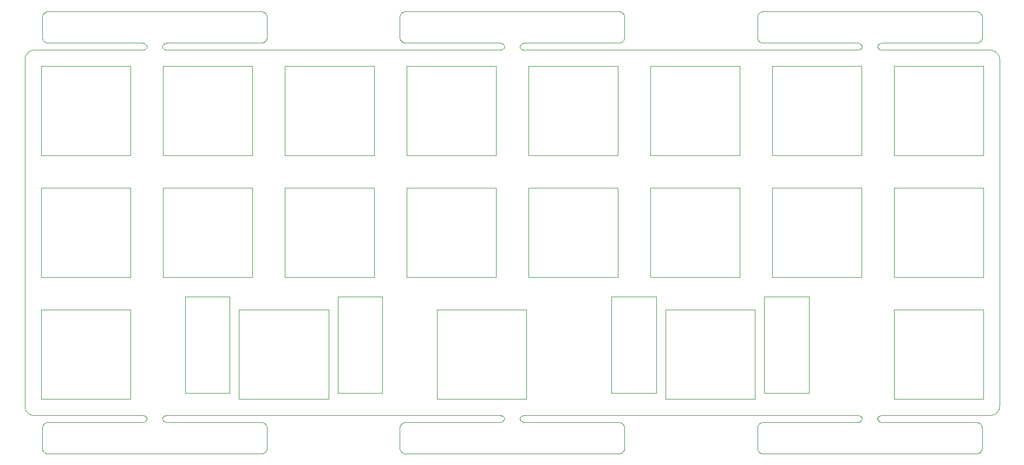
<source format=gbr>
%TF.GenerationSoftware,KiCad,Pcbnew,7.0.9-dirty*%
%TF.CreationDate,2023-12-07T15:16:22+09:00*%
%TF.ProjectId,plate,706c6174-652e-46b6-9963-61645f706362,rev?*%
%TF.SameCoordinates,Original*%
%TF.FileFunction,Profile,NP*%
%FSLAX46Y46*%
G04 Gerber Fmt 4.6, Leading zero omitted, Abs format (unit mm)*
G04 Created by KiCad (PCBNEW 7.0.9-dirty) date 2023-12-07 15:16:22*
%MOMM*%
%LPD*%
G01*
G04 APERTURE LIST*
%TA.AperFunction,Profile*%
%ADD10C,0.093999*%
%TD*%
G04 APERTURE END LIST*
D10*
X210435343Y-127023614D02*
X210486893Y-127025212D01*
X210384353Y-127018914D02*
X210435343Y-127023614D01*
X210334074Y-127011252D02*
X210384353Y-127018914D01*
X210284660Y-127000768D02*
X210334074Y-127011252D01*
X210236260Y-126987604D02*
X210284660Y-127000768D01*
X210189026Y-126971900D02*
X210236260Y-126987604D01*
X210143110Y-126953795D02*
X210189026Y-126971900D01*
X210098664Y-126933430D02*
X210143110Y-126953795D01*
X210055838Y-126910947D02*
X210098664Y-126933430D01*
X210014785Y-126886485D02*
X210055838Y-126910947D01*
X209975655Y-126860184D02*
X210014785Y-126886485D01*
X209938600Y-126832186D02*
X209975655Y-126860184D01*
X209903772Y-126802630D02*
X209938600Y-126832186D01*
X209871323Y-126771657D02*
X209903772Y-126802630D01*
X209841403Y-126739407D02*
X209871323Y-126771657D01*
X209814164Y-126706022D02*
X209841403Y-126739407D01*
X209789757Y-126671640D02*
X209814164Y-126706022D01*
X209768335Y-126636404D02*
X209789757Y-126671640D01*
X209750048Y-126600452D02*
X209768335Y-126636404D01*
X209735048Y-126563927D02*
X209750048Y-126600452D01*
X209723487Y-126526967D02*
X209735048Y-126563927D01*
X209715516Y-126489713D02*
X209723487Y-126526967D01*
X209711286Y-126452307D02*
X209715516Y-126489713D01*
X209710949Y-126414888D02*
X209711286Y-126452307D01*
X209714657Y-126377597D02*
X209710949Y-126414888D01*
X209722560Y-126340574D02*
X209714657Y-126377597D01*
X209734811Y-126303959D02*
X209722560Y-126340574D01*
X209751561Y-126267894D02*
X209734811Y-126303959D01*
X209772961Y-126232518D02*
X209751561Y-126267894D01*
X209799163Y-126197972D02*
X209772961Y-126232518D01*
X209830318Y-126164396D02*
X209799163Y-126197972D01*
X209866578Y-126131932D02*
X209830318Y-126164396D01*
X209894354Y-126110138D02*
X209866578Y-126131932D01*
X209923453Y-126089278D02*
X209894354Y-126110138D01*
X209953905Y-126069416D02*
X209923453Y-126089278D01*
X209985741Y-126050619D02*
X209953905Y-126069416D01*
X210018991Y-126032950D02*
X209985741Y-126050619D01*
X210053687Y-126016476D02*
X210018991Y-126032950D01*
X210089859Y-126001262D02*
X210053687Y-126016476D01*
X210127537Y-125987372D02*
X210089859Y-126001262D01*
X210166753Y-125974872D02*
X210127537Y-125987372D01*
X210207537Y-125963827D02*
X210166753Y-125974872D01*
X210249920Y-125954303D02*
X210207537Y-125963827D01*
X210293933Y-125946364D02*
X210249920Y-125954303D01*
X210339606Y-125940075D02*
X210293933Y-125946364D01*
X210386970Y-125935503D02*
X210339606Y-125940075D01*
X210436055Y-125932712D02*
X210386970Y-125935503D01*
X210486893Y-125931767D02*
X210436055Y-125932712D01*
X227277802Y-125931782D02*
X210486893Y-125931767D01*
X227354992Y-125929830D02*
X227277802Y-125931782D01*
X227431169Y-125924038D02*
X227354992Y-125929830D01*
X227506238Y-125914499D02*
X227431169Y-125924038D01*
X227580105Y-125901308D02*
X227506238Y-125914499D01*
X227652676Y-125884558D02*
X227580105Y-125901308D01*
X227723857Y-125864345D02*
X227652676Y-125884558D01*
X227793553Y-125840763D02*
X227723857Y-125864345D01*
X227861671Y-125813905D02*
X227793553Y-125840763D01*
X227928115Y-125783866D02*
X227861671Y-125813905D01*
X227992792Y-125750741D02*
X227928115Y-125783866D01*
X228055608Y-125714623D02*
X227992792Y-125750741D01*
X228116468Y-125675607D02*
X228055608Y-125714623D01*
X228175277Y-125633786D02*
X228116468Y-125675607D01*
X228231943Y-125589256D02*
X228175277Y-125633786D01*
X228286369Y-125542110D02*
X228231943Y-125589256D01*
X228338463Y-125492443D02*
X228286369Y-125542110D01*
X228388130Y-125440349D02*
X228338463Y-125492443D01*
X228435276Y-125385923D02*
X228388130Y-125440349D01*
X228479806Y-125329257D02*
X228435276Y-125385923D01*
X228521626Y-125270448D02*
X228479806Y-125329257D01*
X228560643Y-125209588D02*
X228521626Y-125270448D01*
X228596761Y-125146773D02*
X228560643Y-125209588D01*
X228629886Y-125082096D02*
X228596761Y-125146773D01*
X228659925Y-125015651D02*
X228629886Y-125082096D01*
X228686783Y-124947534D02*
X228659925Y-125015651D01*
X228710365Y-124877837D02*
X228686783Y-124947534D01*
X228730578Y-124806657D02*
X228710365Y-124877837D01*
X228747327Y-124734085D02*
X228730578Y-124806657D01*
X228760519Y-124660218D02*
X228747327Y-124734085D01*
X228770058Y-124585149D02*
X228760519Y-124660218D01*
X228775850Y-124508972D02*
X228770058Y-124585149D01*
X228777802Y-124431782D02*
X228775850Y-124508972D01*
X228777802Y-70281802D02*
X228777802Y-124431782D01*
X228775850Y-70204612D02*
X228777802Y-70281802D01*
X228770058Y-70128435D02*
X228775850Y-70204612D01*
X228760519Y-70053366D02*
X228770058Y-70128435D01*
X228747327Y-69979499D02*
X228760519Y-70053366D01*
X228730578Y-69906928D02*
X228747327Y-69979499D01*
X228710365Y-69835747D02*
X228730578Y-69906928D01*
X228686783Y-69766051D02*
X228710365Y-69835747D01*
X228659925Y-69697933D02*
X228686783Y-69766051D01*
X228629886Y-69631489D02*
X228659925Y-69697933D01*
X228596761Y-69566812D02*
X228629886Y-69631489D01*
X228560643Y-69503996D02*
X228596761Y-69566812D01*
X228521626Y-69443137D02*
X228560643Y-69503996D01*
X228479806Y-69384327D02*
X228521626Y-69443137D01*
X228435276Y-69327661D02*
X228479806Y-69384327D01*
X228388130Y-69273235D02*
X228435276Y-69327661D01*
X228338463Y-69221141D02*
X228388130Y-69273235D01*
X228286369Y-69171473D02*
X228338463Y-69221141D01*
X228231943Y-69124328D02*
X228286369Y-69171473D01*
X228175277Y-69079798D02*
X228231943Y-69124328D01*
X228116468Y-69037977D02*
X228175277Y-69079798D01*
X228055608Y-68998961D02*
X228116468Y-69037977D01*
X227992792Y-68962843D02*
X228055608Y-68998961D01*
X227928115Y-68929717D02*
X227992792Y-68962843D01*
X227861671Y-68899678D02*
X227928115Y-68929717D01*
X227793553Y-68872820D02*
X227861671Y-68899678D01*
X227723857Y-68849238D02*
X227793553Y-68872820D01*
X227652676Y-68829025D02*
X227723857Y-68849238D01*
X227580105Y-68812275D02*
X227652676Y-68829025D01*
X227506238Y-68799084D02*
X227580105Y-68812275D01*
X227431169Y-68789545D02*
X227506238Y-68799084D01*
X227354992Y-68783752D02*
X227431169Y-68789545D01*
X227277802Y-68781801D02*
X227354992Y-68783752D01*
X210486908Y-68781798D02*
X227277802Y-68781801D01*
X210436087Y-68780854D02*
X210486908Y-68781798D01*
X210387018Y-68778064D02*
X210436087Y-68780854D01*
X210339669Y-68773495D02*
X210387018Y-68778064D01*
X210294011Y-68767211D02*
X210339669Y-68773495D01*
X210250012Y-68759278D02*
X210294011Y-68767211D01*
X210207642Y-68749760D02*
X210250012Y-68759278D01*
X210166870Y-68738723D02*
X210207642Y-68749760D01*
X210127665Y-68726231D02*
X210166870Y-68738723D01*
X210089997Y-68712351D02*
X210127665Y-68726231D01*
X210053834Y-68697147D02*
X210089997Y-68712351D01*
X210019147Y-68680684D02*
X210053834Y-68697147D01*
X209985904Y-68663027D02*
X210019147Y-68680684D01*
X209954075Y-68644242D02*
X209985904Y-68663027D01*
X209923628Y-68624394D02*
X209954075Y-68644242D01*
X209894534Y-68603548D02*
X209923628Y-68624394D01*
X209866761Y-68581768D02*
X209894534Y-68603548D01*
X209830484Y-68549307D02*
X209866761Y-68581768D01*
X209799314Y-68515734D02*
X209830484Y-68549307D01*
X209773099Y-68481189D02*
X209799314Y-68515734D01*
X209751686Y-68445813D02*
X209773099Y-68481189D01*
X209734925Y-68409747D02*
X209751686Y-68445813D01*
X209722664Y-68373130D02*
X209734925Y-68409747D01*
X209714751Y-68336104D02*
X209722664Y-68373130D01*
X209711035Y-68298809D02*
X209714751Y-68336104D01*
X209711365Y-68261386D02*
X209711035Y-68298809D01*
X209715588Y-68223974D02*
X209711365Y-68261386D01*
X209723554Y-68186715D02*
X209715588Y-68223974D01*
X209735110Y-68149749D02*
X209723554Y-68186715D01*
X209750106Y-68113217D02*
X209735110Y-68149749D01*
X209768389Y-68077258D02*
X209750106Y-68113217D01*
X209789808Y-68042015D02*
X209768389Y-68077258D01*
X209814211Y-68007626D02*
X209789808Y-68042015D01*
X209841448Y-67974233D02*
X209814211Y-68007626D01*
X209871366Y-67941976D02*
X209841448Y-67974233D01*
X209903814Y-67910995D02*
X209871366Y-67941976D01*
X209938640Y-67881432D02*
X209903814Y-67910995D01*
X209975694Y-67853426D02*
X209938640Y-67881432D01*
X210014822Y-67827118D02*
X209975694Y-67853426D01*
X210055874Y-67802649D02*
X210014822Y-67827118D01*
X210098699Y-67780160D02*
X210055874Y-67802649D01*
X210143144Y-67759789D02*
X210098699Y-67780160D01*
X210189058Y-67741679D02*
X210143144Y-67759789D01*
X210236290Y-67725970D02*
X210189058Y-67741679D01*
X210284688Y-67712802D02*
X210236290Y-67725970D01*
X210334100Y-67702315D02*
X210284688Y-67712802D01*
X210384375Y-67694651D02*
X210334100Y-67702315D01*
X210435362Y-67689949D02*
X210384375Y-67694651D01*
X210486908Y-67688351D02*
X210435362Y-67689949D01*
X225168961Y-67688351D02*
X210486908Y-67688351D01*
X225215273Y-67687180D02*
X225168961Y-67688351D01*
X225260978Y-67683704D02*
X225215273Y-67687180D01*
X225306018Y-67677981D02*
X225260978Y-67683704D01*
X225350337Y-67670066D02*
X225306018Y-67677981D01*
X225393879Y-67660016D02*
X225350337Y-67670066D01*
X225436587Y-67647888D02*
X225393879Y-67660016D01*
X225478404Y-67633739D02*
X225436587Y-67647888D01*
X225519274Y-67617624D02*
X225478404Y-67633739D01*
X225559140Y-67599601D02*
X225519274Y-67617624D01*
X225597946Y-67579725D02*
X225559140Y-67599601D01*
X225635635Y-67558054D02*
X225597946Y-67579725D01*
X225672150Y-67534645D02*
X225635635Y-67558054D01*
X225707436Y-67509552D02*
X225672150Y-67534645D01*
X225741435Y-67482834D02*
X225707436Y-67509552D01*
X225774091Y-67454547D02*
X225741435Y-67482834D01*
X225805348Y-67424747D02*
X225774091Y-67454547D01*
X225835148Y-67393490D02*
X225805348Y-67424747D01*
X225863436Y-67360834D02*
X225835148Y-67393490D01*
X225890154Y-67326835D02*
X225863436Y-67360834D01*
X225915247Y-67291549D02*
X225890154Y-67326835D01*
X225938657Y-67255033D02*
X225915247Y-67291549D01*
X225960328Y-67217344D02*
X225938657Y-67255033D01*
X225980204Y-67178538D02*
X225960328Y-67217344D01*
X225998227Y-67138671D02*
X225980204Y-67178538D01*
X226014342Y-67097801D02*
X225998227Y-67138671D01*
X226028492Y-67055983D02*
X226014342Y-67097801D01*
X226040620Y-67013274D02*
X226028492Y-67055983D01*
X226050670Y-66969732D02*
X226040620Y-67013274D01*
X226058585Y-66925412D02*
X226050670Y-66969732D01*
X226064308Y-66880370D02*
X226058585Y-66925412D01*
X226067784Y-66834664D02*
X226064308Y-66880370D01*
X226068955Y-66788350D02*
X226067784Y-66834664D01*
X226068955Y-63682340D02*
X226068955Y-66788350D01*
X226067784Y-63636026D02*
X226068955Y-63682340D01*
X226064308Y-63590320D02*
X226067784Y-63636026D01*
X226058585Y-63545279D02*
X226064308Y-63590320D01*
X226050670Y-63500959D02*
X226058585Y-63545279D01*
X226040621Y-63457416D02*
X226050670Y-63500959D01*
X226028493Y-63414707D02*
X226040621Y-63457416D01*
X226014344Y-63372890D02*
X226028493Y-63414707D01*
X225998229Y-63332019D02*
X226014344Y-63372890D01*
X225980206Y-63292153D02*
X225998229Y-63332019D01*
X225960331Y-63253346D02*
X225980206Y-63292153D01*
X225938660Y-63215657D02*
X225960331Y-63253346D01*
X225915251Y-63179141D02*
X225938660Y-63215657D01*
X225890159Y-63143856D02*
X225915251Y-63179141D01*
X225863441Y-63109856D02*
X225890159Y-63143856D01*
X225835154Y-63077200D02*
X225863441Y-63109856D01*
X225805354Y-63045944D02*
X225835154Y-63077200D01*
X225774097Y-63016144D02*
X225805354Y-63045944D01*
X225741442Y-62987856D02*
X225774097Y-63016144D01*
X225707443Y-62961138D02*
X225741442Y-62987856D01*
X225672157Y-62936046D02*
X225707443Y-62961138D01*
X225635642Y-62912636D02*
X225672157Y-62936046D01*
X225597953Y-62890965D02*
X225635642Y-62912636D01*
X225559147Y-62871090D02*
X225597953Y-62890965D01*
X225519280Y-62853066D02*
X225559147Y-62871090D01*
X225478410Y-62836952D02*
X225519280Y-62853066D01*
X225436592Y-62822802D02*
X225478410Y-62836952D01*
X225393884Y-62810674D02*
X225436592Y-62822802D01*
X225350342Y-62800625D02*
X225393884Y-62810674D01*
X225306022Y-62792710D02*
X225350342Y-62800625D01*
X225260981Y-62786987D02*
X225306022Y-62792710D01*
X225215275Y-62783511D02*
X225260981Y-62786987D01*
X225168961Y-62782340D02*
X225215275Y-62783511D01*
X191828949Y-62782340D02*
X225168961Y-62782340D01*
X191782635Y-62783511D02*
X191828949Y-62782340D01*
X191736929Y-62786987D02*
X191782635Y-62783511D01*
X191691887Y-62792710D02*
X191736929Y-62786987D01*
X191647566Y-62800625D02*
X191691887Y-62792710D01*
X191604023Y-62810674D02*
X191647566Y-62800625D01*
X191561314Y-62822802D02*
X191604023Y-62810674D01*
X191519496Y-62836952D02*
X191561314Y-62822802D01*
X191478626Y-62853066D02*
X191519496Y-62836952D01*
X191438759Y-62871090D02*
X191478626Y-62853066D01*
X191399953Y-62890965D02*
X191438759Y-62871090D01*
X191362263Y-62912636D02*
X191399953Y-62890965D01*
X191325748Y-62936046D02*
X191362263Y-62912636D01*
X191290462Y-62961138D02*
X191325748Y-62936046D01*
X191256463Y-62987856D02*
X191290462Y-62961138D01*
X191223807Y-63016144D02*
X191256463Y-62987856D01*
X191192550Y-63045944D02*
X191223807Y-63016144D01*
X191162750Y-63077200D02*
X191192550Y-63045944D01*
X191134463Y-63109856D02*
X191162750Y-63077200D01*
X191107745Y-63143856D02*
X191134463Y-63109856D01*
X191082653Y-63179141D02*
X191107745Y-63143856D01*
X191059243Y-63215657D02*
X191082653Y-63179141D01*
X191037572Y-63253346D02*
X191059243Y-63215657D01*
X191017697Y-63292153D02*
X191037572Y-63253346D01*
X190999674Y-63332019D02*
X191017697Y-63292153D01*
X190983559Y-63372890D02*
X190999674Y-63332019D01*
X190969410Y-63414707D02*
X190983559Y-63372890D01*
X190957282Y-63457416D02*
X190969410Y-63414707D01*
X190947232Y-63500958D02*
X190957282Y-63457416D01*
X190939318Y-63545279D02*
X190947232Y-63500958D01*
X190933594Y-63590320D02*
X190939318Y-63545279D01*
X190930119Y-63636026D02*
X190933594Y-63590320D01*
X190928948Y-63682340D02*
X190930119Y-63636026D01*
X190928948Y-66788350D02*
X190928948Y-63682340D01*
X190930119Y-66834663D02*
X190928948Y-66788350D01*
X190933594Y-66880369D02*
X190930119Y-66834663D01*
X190939318Y-66925411D02*
X190933594Y-66880369D01*
X190947232Y-66969731D02*
X190939318Y-66925411D01*
X190957282Y-67013273D02*
X190947232Y-66969731D01*
X190969410Y-67055982D02*
X190957282Y-67013273D01*
X190983559Y-67097800D02*
X190969410Y-67055982D01*
X190999674Y-67138670D02*
X190983559Y-67097800D01*
X191017697Y-67178537D02*
X190999674Y-67138670D01*
X191037572Y-67217343D02*
X191017697Y-67178537D01*
X191059243Y-67255032D02*
X191037572Y-67217343D01*
X191082653Y-67291548D02*
X191059243Y-67255032D01*
X191107745Y-67326834D02*
X191082653Y-67291548D01*
X191134463Y-67360833D02*
X191107745Y-67326834D01*
X191162750Y-67393489D02*
X191134463Y-67360833D01*
X191192550Y-67424746D02*
X191162750Y-67393489D01*
X191223807Y-67454546D02*
X191192550Y-67424746D01*
X191256463Y-67482833D02*
X191223807Y-67454546D01*
X191290462Y-67509551D02*
X191256463Y-67482833D01*
X191325748Y-67534644D02*
X191290462Y-67509551D01*
X191362263Y-67558054D02*
X191325748Y-67534644D01*
X191399953Y-67579724D02*
X191362263Y-67558054D01*
X191438759Y-67599600D02*
X191399953Y-67579724D01*
X191478626Y-67617623D02*
X191438759Y-67599600D01*
X191519496Y-67633738D02*
X191478626Y-67617623D01*
X191561314Y-67647887D02*
X191519496Y-67633738D01*
X191604023Y-67660015D02*
X191561314Y-67647887D01*
X191647566Y-67670065D02*
X191604023Y-67660015D01*
X191691887Y-67677980D02*
X191647566Y-67670065D01*
X191736929Y-67683703D02*
X191691887Y-67677980D01*
X191782635Y-67687179D02*
X191736929Y-67683703D01*
X191828949Y-67688350D02*
X191782635Y-67687179D01*
X206510987Y-67688350D02*
X191828949Y-67688350D01*
X206562537Y-67689948D02*
X206510987Y-67688350D01*
X206613528Y-67694648D02*
X206562537Y-67689948D01*
X206663806Y-67702310D02*
X206613528Y-67694648D01*
X206713221Y-67712793D02*
X206663806Y-67702310D01*
X206761621Y-67725957D02*
X206713221Y-67712793D01*
X206808855Y-67741662D02*
X206761621Y-67725957D01*
X206854771Y-67759767D02*
X206808855Y-67741662D01*
X206899218Y-67780131D02*
X206854771Y-67759767D01*
X206942044Y-67802614D02*
X206899218Y-67780131D01*
X206983098Y-67827077D02*
X206942044Y-67802614D01*
X207022229Y-67853377D02*
X206983098Y-67827077D01*
X207059284Y-67881376D02*
X207022229Y-67853377D01*
X207094112Y-67910932D02*
X207059284Y-67881376D01*
X207126562Y-67941905D02*
X207094112Y-67910932D01*
X207156483Y-67974154D02*
X207126562Y-67941905D01*
X207183722Y-68007540D02*
X207156483Y-67974154D01*
X207208129Y-68041921D02*
X207183722Y-68007540D01*
X207229551Y-68077158D02*
X207208129Y-68041921D01*
X207247838Y-68113109D02*
X207229551Y-68077158D01*
X207262838Y-68149635D02*
X207247838Y-68113109D01*
X207274399Y-68186594D02*
X207262838Y-68149635D01*
X207282371Y-68223848D02*
X207274399Y-68186594D01*
X207286600Y-68261254D02*
X207282371Y-68223848D01*
X207286937Y-68298673D02*
X207286600Y-68261254D01*
X207283229Y-68335964D02*
X207286937Y-68298673D01*
X207275325Y-68372987D02*
X207283229Y-68335964D01*
X207263074Y-68409602D02*
X207275325Y-68372987D01*
X207246323Y-68445667D02*
X207263074Y-68409602D01*
X207224923Y-68481043D02*
X207246323Y-68445667D01*
X207198720Y-68515588D02*
X207224923Y-68481043D01*
X207167563Y-68549164D02*
X207198720Y-68515588D01*
X207131302Y-68581628D02*
X207167563Y-68549164D01*
X207103526Y-68603422D02*
X207131302Y-68581628D01*
X207074428Y-68624282D02*
X207103526Y-68603422D01*
X207043976Y-68644143D02*
X207074428Y-68624282D01*
X207012141Y-68662941D02*
X207043976Y-68644143D01*
X206978892Y-68680610D02*
X207012141Y-68662941D01*
X206944197Y-68697084D02*
X206978892Y-68680610D01*
X206908026Y-68712299D02*
X206944197Y-68697084D01*
X206870348Y-68726189D02*
X206908026Y-68712299D01*
X206831133Y-68738690D02*
X206870348Y-68726189D01*
X206790349Y-68749735D02*
X206831133Y-68738690D01*
X206747966Y-68759260D02*
X206790349Y-68749735D01*
X206703953Y-68767199D02*
X206747966Y-68759260D01*
X206658280Y-68773488D02*
X206703953Y-68767199D01*
X206610915Y-68778060D02*
X206658280Y-68773488D01*
X206561827Y-68780852D02*
X206610915Y-68778060D01*
X206510987Y-68781797D02*
X206561827Y-68780852D01*
X154566903Y-68781783D02*
X206510987Y-68781797D01*
X154516083Y-68780838D02*
X154566903Y-68781783D01*
X154467014Y-68778049D02*
X154516083Y-68780838D01*
X154419666Y-68773480D02*
X154467014Y-68778049D01*
X154374008Y-68767196D02*
X154419666Y-68773480D01*
X154330010Y-68759262D02*
X154374008Y-68767196D01*
X154287639Y-68749745D02*
X154330010Y-68759262D01*
X154246867Y-68738707D02*
X154287639Y-68749745D01*
X154207662Y-68726216D02*
X154246867Y-68738707D01*
X154169993Y-68712335D02*
X154207662Y-68726216D01*
X154133831Y-68697131D02*
X154169993Y-68712335D01*
X154099143Y-68680668D02*
X154133831Y-68697131D01*
X154065899Y-68663011D02*
X154099143Y-68680668D01*
X154034069Y-68644226D02*
X154065899Y-68663011D01*
X154003623Y-68624378D02*
X154034069Y-68644226D01*
X153974528Y-68603532D02*
X154003623Y-68624378D01*
X153946755Y-68581752D02*
X153974528Y-68603532D01*
X153910478Y-68549291D02*
X153946755Y-68581752D01*
X153879307Y-68515718D02*
X153910478Y-68549291D01*
X153853091Y-68481173D02*
X153879307Y-68515718D01*
X153831678Y-68445797D02*
X153853091Y-68481173D01*
X153814916Y-68409730D02*
X153831678Y-68445797D01*
X153802655Y-68373114D02*
X153814916Y-68409730D01*
X153794742Y-68336088D02*
X153802655Y-68373114D01*
X153791025Y-68298793D02*
X153794742Y-68336088D01*
X153791355Y-68261369D02*
X153791025Y-68298793D01*
X153795578Y-68223958D02*
X153791355Y-68261369D01*
X153803543Y-68186699D02*
X153795578Y-68223958D01*
X153815099Y-68149733D02*
X153803543Y-68186699D01*
X153830094Y-68113201D02*
X153815099Y-68149733D01*
X153848377Y-68077242D02*
X153830094Y-68113201D01*
X153869796Y-68041998D02*
X153848377Y-68077242D01*
X153894200Y-68007610D02*
X153869796Y-68041998D01*
X153921436Y-67974217D02*
X153894200Y-68007610D01*
X153951355Y-67941960D02*
X153921436Y-67974217D01*
X153983803Y-67910979D02*
X153951355Y-67941960D01*
X154018629Y-67881416D02*
X153983803Y-67910979D01*
X154055683Y-67853410D02*
X154018629Y-67881416D01*
X154094811Y-67827102D02*
X154055683Y-67853410D01*
X154135864Y-67802633D02*
X154094811Y-67827102D01*
X154178689Y-67780143D02*
X154135864Y-67802633D01*
X154223134Y-67759773D02*
X154178689Y-67780143D01*
X154269049Y-67741663D02*
X154223134Y-67759773D01*
X154316281Y-67725954D02*
X154269049Y-67741663D01*
X154364679Y-67712785D02*
X154316281Y-67725954D01*
X154414092Y-67702299D02*
X154364679Y-67712785D01*
X154464368Y-67694634D02*
X154414092Y-67702299D01*
X154515355Y-67689933D02*
X154464368Y-67694634D01*
X154566903Y-67688334D02*
X154515355Y-67689933D01*
X169248963Y-67688334D02*
X154566903Y-67688334D01*
X169295277Y-67687163D02*
X169248963Y-67688334D01*
X169340982Y-67683688D02*
X169295277Y-67687163D01*
X169386024Y-67677964D02*
X169340982Y-67683688D01*
X169430344Y-67670050D02*
X169386024Y-67677964D01*
X169473887Y-67660000D02*
X169430344Y-67670050D01*
X169516595Y-67647872D02*
X169473887Y-67660000D01*
X169558413Y-67633723D02*
X169516595Y-67647872D01*
X169599283Y-67617608D02*
X169558413Y-67633723D01*
X169639150Y-67599585D02*
X169599283Y-67617608D01*
X169677956Y-67579709D02*
X169639150Y-67599585D01*
X169715645Y-67558038D02*
X169677956Y-67579709D01*
X169752161Y-67534629D02*
X169715645Y-67558038D01*
X169787447Y-67509536D02*
X169752161Y-67534629D01*
X169821447Y-67482818D02*
X169787447Y-67509536D01*
X169854103Y-67454531D02*
X169821447Y-67482818D01*
X169885359Y-67424731D02*
X169854103Y-67454531D01*
X169915160Y-67393474D02*
X169885359Y-67424731D01*
X169943447Y-67360818D02*
X169915160Y-67393474D01*
X169970165Y-67326819D02*
X169943447Y-67360818D01*
X169995258Y-67291533D02*
X169970165Y-67326819D01*
X170018668Y-67255017D02*
X169995258Y-67291533D01*
X170040339Y-67217328D02*
X170018668Y-67255017D01*
X170060214Y-67178522D02*
X170040339Y-67217328D01*
X170078238Y-67138655D02*
X170060214Y-67178522D01*
X170094352Y-67097785D02*
X170078238Y-67138655D01*
X170108502Y-67055967D02*
X170094352Y-67097785D01*
X170120630Y-67013259D02*
X170108502Y-67055967D01*
X170130679Y-66969716D02*
X170120630Y-67013259D01*
X170138594Y-66925396D02*
X170130679Y-66969716D01*
X170144318Y-66880354D02*
X170138594Y-66925396D01*
X170147793Y-66834648D02*
X170144318Y-66880354D01*
X170148964Y-66788334D02*
X170147793Y-66834648D01*
X170148964Y-63682325D02*
X170148964Y-66788334D01*
X170147793Y-63636011D02*
X170148964Y-63682325D01*
X170144318Y-63590305D02*
X170147793Y-63636011D01*
X170138594Y-63545264D02*
X170144318Y-63590305D01*
X170130679Y-63500943D02*
X170138594Y-63545264D01*
X170120629Y-63457401D02*
X170130679Y-63500943D01*
X170108501Y-63414692D02*
X170120629Y-63457401D01*
X170094351Y-63372875D02*
X170108501Y-63414692D01*
X170078236Y-63332004D02*
X170094351Y-63372875D01*
X170060213Y-63292137D02*
X170078236Y-63332004D01*
X170040337Y-63253331D02*
X170060213Y-63292137D01*
X170018666Y-63215642D02*
X170040337Y-63253331D01*
X169995256Y-63179126D02*
X170018666Y-63215642D01*
X169970163Y-63143840D02*
X169995256Y-63179126D01*
X169943445Y-63109841D02*
X169970163Y-63143840D01*
X169915157Y-63077185D02*
X169943445Y-63109841D01*
X169885356Y-63045929D02*
X169915157Y-63077185D01*
X169854100Y-63016128D02*
X169885356Y-63045929D01*
X169821443Y-62987841D02*
X169854100Y-63016128D01*
X169787444Y-62961123D02*
X169821443Y-62987841D01*
X169752158Y-62936031D02*
X169787444Y-62961123D01*
X169715642Y-62912621D02*
X169752158Y-62936031D01*
X169677953Y-62890950D02*
X169715642Y-62912621D01*
X169639147Y-62871074D02*
X169677953Y-62890950D01*
X169599280Y-62853051D02*
X169639147Y-62871074D01*
X169558410Y-62836936D02*
X169599280Y-62853051D01*
X169516592Y-62822787D02*
X169558410Y-62836936D01*
X169473884Y-62810659D02*
X169516592Y-62822787D01*
X169430342Y-62800609D02*
X169473884Y-62810659D01*
X169386022Y-62792695D02*
X169430342Y-62800609D01*
X169340981Y-62786971D02*
X169386022Y-62792695D01*
X169295276Y-62783496D02*
X169340981Y-62786971D01*
X169248963Y-62782325D02*
X169295276Y-62783496D01*
X135908944Y-62782325D02*
X169248963Y-62782325D01*
X135862630Y-62783496D02*
X135908944Y-62782325D01*
X135816924Y-62786971D02*
X135862630Y-62783496D01*
X135771883Y-62792695D02*
X135816924Y-62786971D01*
X135727563Y-62800610D02*
X135771883Y-62792695D01*
X135684020Y-62810659D02*
X135727563Y-62800610D01*
X135641311Y-62822787D02*
X135684020Y-62810659D01*
X135599494Y-62836936D02*
X135641311Y-62822787D01*
X135558623Y-62853051D02*
X135599494Y-62836936D01*
X135518757Y-62871074D02*
X135558623Y-62853051D01*
X135479950Y-62890950D02*
X135518757Y-62871074D01*
X135442261Y-62912621D02*
X135479950Y-62890950D01*
X135405745Y-62936031D02*
X135442261Y-62912621D01*
X135370459Y-62961123D02*
X135405745Y-62936031D01*
X135336460Y-62987841D02*
X135370459Y-62961123D01*
X135303804Y-63016128D02*
X135336460Y-62987841D01*
X135272547Y-63045929D02*
X135303804Y-63016128D01*
X135242747Y-63077185D02*
X135272547Y-63045929D01*
X135214459Y-63109841D02*
X135242747Y-63077185D01*
X135187741Y-63143840D02*
X135214459Y-63109841D01*
X135162649Y-63179126D02*
X135187741Y-63143840D01*
X135139239Y-63215642D02*
X135162649Y-63179126D01*
X135117568Y-63253331D02*
X135139239Y-63215642D01*
X135097692Y-63292138D02*
X135117568Y-63253331D01*
X135079669Y-63332004D02*
X135097692Y-63292138D01*
X135063554Y-63372875D02*
X135079669Y-63332004D01*
X135049405Y-63414692D02*
X135063554Y-63372875D01*
X135037277Y-63457401D02*
X135049405Y-63414692D01*
X135027227Y-63500943D02*
X135037277Y-63457401D01*
X135019312Y-63545264D02*
X135027227Y-63500943D01*
X135013589Y-63590305D02*
X135019312Y-63545264D01*
X135010113Y-63636011D02*
X135013589Y-63590305D01*
X135008942Y-63682325D02*
X135010113Y-63636011D01*
X135008942Y-66788334D02*
X135008942Y-63682325D01*
X135010113Y-66834648D02*
X135008942Y-66788334D01*
X135013589Y-66880354D02*
X135010113Y-66834648D01*
X135019312Y-66925396D02*
X135013589Y-66880354D01*
X135027227Y-66969716D02*
X135019312Y-66925396D01*
X135037277Y-67013259D02*
X135027227Y-66969716D01*
X135049405Y-67055967D02*
X135037277Y-67013259D01*
X135063554Y-67097785D02*
X135049405Y-67055967D01*
X135079669Y-67138655D02*
X135063554Y-67097785D01*
X135097692Y-67178522D02*
X135079669Y-67138655D01*
X135117568Y-67217328D02*
X135097692Y-67178522D01*
X135139239Y-67255017D02*
X135117568Y-67217328D01*
X135162649Y-67291533D02*
X135139239Y-67255017D01*
X135187741Y-67326819D02*
X135162649Y-67291533D01*
X135214459Y-67360818D02*
X135187741Y-67326819D01*
X135242747Y-67393474D02*
X135214459Y-67360818D01*
X135272547Y-67424731D02*
X135242747Y-67393474D01*
X135303804Y-67454531D02*
X135272547Y-67424731D01*
X135336460Y-67482818D02*
X135303804Y-67454531D01*
X135370459Y-67509536D02*
X135336460Y-67482818D01*
X135405745Y-67534629D02*
X135370459Y-67509536D01*
X135442261Y-67558038D02*
X135405745Y-67534629D01*
X135479950Y-67579709D02*
X135442261Y-67558038D01*
X135518757Y-67599585D02*
X135479950Y-67579709D01*
X135558623Y-67617608D02*
X135518757Y-67599585D01*
X135599494Y-67633723D02*
X135558623Y-67617608D01*
X135641311Y-67647872D02*
X135599494Y-67633723D01*
X135684020Y-67660000D02*
X135641311Y-67647872D01*
X135727563Y-67670050D02*
X135684020Y-67660000D01*
X135771883Y-67677964D02*
X135727563Y-67670050D01*
X135816924Y-67683688D02*
X135771883Y-67677964D01*
X135862630Y-67687163D02*
X135816924Y-67683688D01*
X135908944Y-67688334D02*
X135862630Y-67687163D01*
X150590989Y-67688334D02*
X135908944Y-67688334D01*
X150642536Y-67689932D02*
X150590989Y-67688334D01*
X150693523Y-67694632D02*
X150642536Y-67689932D01*
X150743799Y-67702294D02*
X150693523Y-67694632D01*
X150793212Y-67712778D02*
X150743799Y-67702294D01*
X150841610Y-67725942D02*
X150793212Y-67712778D01*
X150888843Y-67741646D02*
X150841610Y-67725942D01*
X150934758Y-67759751D02*
X150888843Y-67741646D01*
X150979204Y-67780116D02*
X150934758Y-67759751D01*
X151022030Y-67802599D02*
X150979204Y-67780116D01*
X151063083Y-67827061D02*
X151022030Y-67802599D01*
X151102214Y-67853362D02*
X151063083Y-67827061D01*
X151139269Y-67881360D02*
X151102214Y-67853362D01*
X151174097Y-67910916D02*
X151139269Y-67881360D01*
X151206548Y-67941889D02*
X151174097Y-67910916D01*
X151236469Y-67974138D02*
X151206548Y-67941889D01*
X151263710Y-68007524D02*
X151236469Y-67974138D01*
X151288117Y-68041905D02*
X151263710Y-68007524D01*
X151309541Y-68077142D02*
X151288117Y-68041905D01*
X151327829Y-68113093D02*
X151309541Y-68077142D01*
X151342830Y-68149619D02*
X151327829Y-68113093D01*
X151354392Y-68186579D02*
X151342830Y-68149619D01*
X151362365Y-68223832D02*
X151354392Y-68186579D01*
X151366596Y-68261238D02*
X151362365Y-68223832D01*
X151366933Y-68298657D02*
X151366596Y-68261238D01*
X151363227Y-68335949D02*
X151366933Y-68298657D01*
X151355324Y-68372972D02*
X151363227Y-68335949D01*
X151343073Y-68409586D02*
X151355324Y-68372972D01*
X151326324Y-68445651D02*
X151343073Y-68409586D01*
X151304923Y-68481027D02*
X151326324Y-68445651D01*
X151278721Y-68515573D02*
X151304923Y-68481027D01*
X151247565Y-68549148D02*
X151278721Y-68515573D01*
X151211304Y-68581613D02*
X151247565Y-68549148D01*
X151183529Y-68603406D02*
X151211304Y-68581613D01*
X151154432Y-68624266D02*
X151183529Y-68603406D01*
X151123981Y-68644128D02*
X151154432Y-68624266D01*
X151092146Y-68662925D02*
X151123981Y-68644128D01*
X151058897Y-68680594D02*
X151092146Y-68662925D01*
X151024202Y-68697068D02*
X151058897Y-68680594D01*
X150988031Y-68712283D02*
X151024202Y-68697068D01*
X150950353Y-68726174D02*
X150988031Y-68712283D01*
X150911137Y-68738674D02*
X150950353Y-68726174D01*
X150870353Y-68749719D02*
X150911137Y-68738674D01*
X150827970Y-68759244D02*
X150870353Y-68749719D01*
X150783956Y-68767184D02*
X150827970Y-68759244D01*
X150738282Y-68773473D02*
X150783956Y-68767184D01*
X150690917Y-68778045D02*
X150738282Y-68773473D01*
X150641829Y-68780837D02*
X150690917Y-68778045D01*
X150590989Y-68781782D02*
X150641829Y-68780837D01*
X98674904Y-68781783D02*
X150590989Y-68781782D01*
X98624084Y-68780838D02*
X98674904Y-68781783D01*
X98575015Y-68778049D02*
X98624084Y-68780838D01*
X98527666Y-68773480D02*
X98575015Y-68778049D01*
X98482008Y-68767196D02*
X98527666Y-68773480D01*
X98438009Y-68759263D02*
X98482008Y-68767196D01*
X98395639Y-68749745D02*
X98438009Y-68759263D01*
X98354867Y-68738707D02*
X98395639Y-68749745D01*
X98315661Y-68726216D02*
X98354867Y-68738707D01*
X98277993Y-68712336D02*
X98315661Y-68726216D01*
X98241830Y-68697131D02*
X98277993Y-68712336D01*
X98207142Y-68680668D02*
X98241830Y-68697131D01*
X98173899Y-68663012D02*
X98207142Y-68680668D01*
X98142069Y-68644227D02*
X98173899Y-68663012D01*
X98111622Y-68624379D02*
X98142069Y-68644227D01*
X98082528Y-68603532D02*
X98111622Y-68624379D01*
X98054755Y-68581753D02*
X98082528Y-68603532D01*
X98018478Y-68549292D02*
X98054755Y-68581753D01*
X97987307Y-68515719D02*
X98018478Y-68549292D01*
X97961091Y-68481174D02*
X97987307Y-68515719D01*
X97939678Y-68445798D02*
X97961091Y-68481174D01*
X97922917Y-68409731D02*
X97939678Y-68445798D01*
X97910655Y-68373115D02*
X97922917Y-68409731D01*
X97902742Y-68336089D02*
X97910655Y-68373115D01*
X97899026Y-68298794D02*
X97902742Y-68336089D01*
X97899356Y-68261370D02*
X97899026Y-68298794D01*
X97903579Y-68223959D02*
X97899356Y-68261370D01*
X97911544Y-68186700D02*
X97903579Y-68223959D01*
X97923100Y-68149734D02*
X97911544Y-68186700D01*
X97938096Y-68113202D02*
X97923100Y-68149734D01*
X97956379Y-68077243D02*
X97938096Y-68113202D01*
X97977798Y-68041999D02*
X97956379Y-68077243D01*
X98002201Y-68007611D02*
X97977798Y-68041999D01*
X98029438Y-67974218D02*
X98002201Y-68007611D01*
X98059356Y-67941960D02*
X98029438Y-67974218D01*
X98091804Y-67910980D02*
X98059356Y-67941960D01*
X98126631Y-67881417D02*
X98091804Y-67910980D01*
X98163684Y-67853411D02*
X98126631Y-67881417D01*
X98202813Y-67827103D02*
X98163684Y-67853411D01*
X98243866Y-67802634D02*
X98202813Y-67827103D01*
X98286690Y-67780144D02*
X98243866Y-67802634D01*
X98331136Y-67759774D02*
X98286690Y-67780144D01*
X98377051Y-67741664D02*
X98331136Y-67759774D01*
X98424283Y-67725955D02*
X98377051Y-67741664D01*
X98472681Y-67712786D02*
X98424283Y-67725955D01*
X98522094Y-67702300D02*
X98472681Y-67712786D01*
X98572370Y-67694635D02*
X98522094Y-67702300D01*
X98623357Y-67689934D02*
X98572370Y-67694635D01*
X98674904Y-67688335D02*
X98623357Y-67689934D01*
X113356953Y-67688335D02*
X98674904Y-67688335D01*
X113403267Y-67687164D02*
X113356953Y-67688335D01*
X113448973Y-67683689D02*
X113403267Y-67687164D01*
X113494015Y-67677965D02*
X113448973Y-67683689D01*
X113538335Y-67670051D02*
X113494015Y-67677965D01*
X113581878Y-67660001D02*
X113538335Y-67670051D01*
X113624587Y-67647873D02*
X113581878Y-67660001D01*
X113666405Y-67633724D02*
X113624587Y-67647873D01*
X113707275Y-67617609D02*
X113666405Y-67633724D01*
X113747142Y-67599586D02*
X113707275Y-67617609D01*
X113785948Y-67579710D02*
X113747142Y-67599586D01*
X113823637Y-67558039D02*
X113785948Y-67579710D01*
X113860153Y-67534629D02*
X113823637Y-67558039D01*
X113895439Y-67509537D02*
X113860153Y-67534629D01*
X113929438Y-67482819D02*
X113895439Y-67509537D01*
X113962095Y-67454532D02*
X113929438Y-67482819D01*
X113993351Y-67424731D02*
X113962095Y-67454532D01*
X114023151Y-67393475D02*
X113993351Y-67424731D01*
X114051439Y-67360819D02*
X114023151Y-67393475D01*
X114078157Y-67326820D02*
X114051439Y-67360819D01*
X114103249Y-67291534D02*
X114078157Y-67326820D01*
X114126659Y-67255018D02*
X114103249Y-67291534D01*
X114148330Y-67217329D02*
X114126659Y-67255018D01*
X114168205Y-67178523D02*
X114148330Y-67217329D01*
X114186228Y-67138656D02*
X114168205Y-67178523D01*
X114202343Y-67097786D02*
X114186228Y-67138656D01*
X114216492Y-67055968D02*
X114202343Y-67097786D01*
X114228620Y-67013259D02*
X114216492Y-67055968D01*
X114238670Y-66969717D02*
X114228620Y-67013259D01*
X114246585Y-66925396D02*
X114238670Y-66969717D01*
X114252308Y-66880355D02*
X114246585Y-66925396D01*
X114255784Y-66834649D02*
X114252308Y-66880355D01*
X114256955Y-66788335D02*
X114255784Y-66834649D01*
X114256955Y-63682325D02*
X114256955Y-66788335D01*
X114255784Y-63636011D02*
X114256955Y-63682325D01*
X114252308Y-63590305D02*
X114255784Y-63636011D01*
X114246585Y-63545264D02*
X114252308Y-63590305D01*
X114238670Y-63500943D02*
X114246585Y-63545264D01*
X114228620Y-63457401D02*
X114238670Y-63500943D01*
X114216492Y-63414692D02*
X114228620Y-63457401D01*
X114202343Y-63372875D02*
X114216492Y-63414692D01*
X114186228Y-63332004D02*
X114202343Y-63372875D01*
X114168204Y-63292137D02*
X114186228Y-63332004D01*
X114148329Y-63253331D02*
X114168204Y-63292137D01*
X114126658Y-63215642D02*
X114148329Y-63253331D01*
X114103248Y-63179126D02*
X114126658Y-63215642D01*
X114078156Y-63143840D02*
X114103248Y-63179126D01*
X114051437Y-63109841D02*
X114078156Y-63143840D01*
X114023150Y-63077185D02*
X114051437Y-63109841D01*
X113993350Y-63045929D02*
X114023150Y-63077185D01*
X113962093Y-63016128D02*
X113993350Y-63045929D01*
X113929437Y-62987841D02*
X113962093Y-63016128D01*
X113895437Y-62961123D02*
X113929437Y-62987841D01*
X113860152Y-62936031D02*
X113895437Y-62961123D01*
X113823636Y-62912621D02*
X113860152Y-62936031D01*
X113785946Y-62890950D02*
X113823636Y-62912621D01*
X113747140Y-62871074D02*
X113785946Y-62890950D01*
X113707273Y-62853051D02*
X113747140Y-62871074D01*
X113666403Y-62836936D02*
X113707273Y-62853051D01*
X113624585Y-62822787D02*
X113666403Y-62836936D01*
X113581877Y-62810659D02*
X113624585Y-62822787D01*
X113538334Y-62800609D02*
X113581877Y-62810659D01*
X113494014Y-62792695D02*
X113538334Y-62800609D01*
X113448973Y-62786971D02*
X113494014Y-62792695D01*
X113403267Y-62783496D02*
X113448973Y-62786971D01*
X113356953Y-62782325D02*
X113403267Y-62783496D01*
X80016941Y-62782325D02*
X113356953Y-62782325D01*
X79970627Y-62783496D02*
X80016941Y-62782325D01*
X79924921Y-62786971D02*
X79970627Y-62783496D01*
X79879880Y-62792695D02*
X79924921Y-62786971D01*
X79835559Y-62800610D02*
X79879880Y-62792695D01*
X79792017Y-62810659D02*
X79835559Y-62800610D01*
X79749308Y-62822787D02*
X79792017Y-62810659D01*
X79707491Y-62836936D02*
X79749308Y-62822787D01*
X79666620Y-62853051D02*
X79707491Y-62836936D01*
X79626754Y-62871074D02*
X79666620Y-62853051D01*
X79587947Y-62890950D02*
X79626754Y-62871074D01*
X79550258Y-62912621D02*
X79587947Y-62890950D01*
X79513742Y-62936031D02*
X79550258Y-62912621D01*
X79478456Y-62961123D02*
X79513742Y-62936031D01*
X79444457Y-62987841D02*
X79478456Y-62961123D01*
X79411801Y-63016128D02*
X79444457Y-62987841D01*
X79380545Y-63045929D02*
X79411801Y-63016128D01*
X79350745Y-63077185D02*
X79380545Y-63045929D01*
X79322457Y-63109841D02*
X79350745Y-63077185D01*
X79295739Y-63143840D02*
X79322457Y-63109841D01*
X79270647Y-63179126D02*
X79295739Y-63143840D01*
X79247237Y-63215642D02*
X79270647Y-63179126D01*
X79225566Y-63253331D02*
X79247237Y-63215642D01*
X79205691Y-63292138D02*
X79225566Y-63253331D01*
X79187667Y-63332004D02*
X79205691Y-63292138D01*
X79171553Y-63372875D02*
X79187667Y-63332004D01*
X79157403Y-63414692D02*
X79171553Y-63372875D01*
X79145275Y-63457401D02*
X79157403Y-63414692D01*
X79135226Y-63500943D02*
X79145275Y-63457401D01*
X79127311Y-63545264D02*
X79135226Y-63500943D01*
X79121588Y-63590305D02*
X79127311Y-63545264D01*
X79118112Y-63636011D02*
X79121588Y-63590305D01*
X79116941Y-63682325D02*
X79118112Y-63636011D01*
X79116941Y-66788354D02*
X79116941Y-63682325D01*
X79118112Y-66834668D02*
X79116941Y-66788354D01*
X79121588Y-66880374D02*
X79118112Y-66834668D01*
X79127311Y-66925415D02*
X79121588Y-66880374D01*
X79135226Y-66969736D02*
X79127311Y-66925415D01*
X79145275Y-67013278D02*
X79135226Y-66969736D01*
X79157403Y-67055987D02*
X79145275Y-67013278D01*
X79171553Y-67097805D02*
X79157403Y-67055987D01*
X79187667Y-67138675D02*
X79171553Y-67097805D01*
X79205691Y-67178542D02*
X79187667Y-67138675D01*
X79225566Y-67217348D02*
X79205691Y-67178542D01*
X79247237Y-67255037D02*
X79225566Y-67217348D01*
X79270647Y-67291553D02*
X79247237Y-67255037D01*
X79295739Y-67326839D02*
X79270647Y-67291553D01*
X79322457Y-67360838D02*
X79295739Y-67326839D01*
X79350745Y-67393494D02*
X79322457Y-67360838D01*
X79380545Y-67424751D02*
X79350745Y-67393494D01*
X79411801Y-67454551D02*
X79380545Y-67424751D01*
X79444457Y-67482838D02*
X79411801Y-67454551D01*
X79478456Y-67509556D02*
X79444457Y-67482838D01*
X79513742Y-67534649D02*
X79478456Y-67509556D01*
X79550258Y-67558058D02*
X79513742Y-67534649D01*
X79587947Y-67579729D02*
X79550258Y-67558058D01*
X79626754Y-67599605D02*
X79587947Y-67579729D01*
X79666620Y-67617628D02*
X79626754Y-67599605D01*
X79707491Y-67633743D02*
X79666620Y-67617628D01*
X79749308Y-67647892D02*
X79707491Y-67633743D01*
X79792017Y-67660020D02*
X79749308Y-67647892D01*
X79835559Y-67670070D02*
X79792017Y-67660020D01*
X79879880Y-67677984D02*
X79835559Y-67670070D01*
X79924921Y-67683708D02*
X79879880Y-67677984D01*
X79970627Y-67687183D02*
X79924921Y-67683708D01*
X80016941Y-67688354D02*
X79970627Y-67687183D01*
X94698990Y-67688354D02*
X80016941Y-67688354D01*
X94750538Y-67689952D02*
X94698990Y-67688354D01*
X94801526Y-67694652D02*
X94750538Y-67689952D01*
X94851802Y-67702314D02*
X94801526Y-67694652D01*
X94901215Y-67712798D02*
X94851802Y-67702314D01*
X94949614Y-67725962D02*
X94901215Y-67712798D01*
X94996847Y-67741667D02*
X94949614Y-67725962D01*
X95042762Y-67759771D02*
X94996847Y-67741667D01*
X95087208Y-67780136D02*
X95042762Y-67759771D01*
X95130034Y-67802619D02*
X95087208Y-67780136D01*
X95171088Y-67827082D02*
X95130034Y-67802619D01*
X95210218Y-67853382D02*
X95171088Y-67827082D01*
X95247274Y-67881381D02*
X95210218Y-67853382D01*
X95282102Y-67910936D02*
X95247274Y-67881381D01*
X95314553Y-67941909D02*
X95282102Y-67910936D01*
X95344474Y-67974159D02*
X95314553Y-67941909D01*
X95371715Y-68007544D02*
X95344474Y-67974159D01*
X95396122Y-68041926D02*
X95371715Y-68007544D01*
X95417546Y-68077162D02*
X95396122Y-68041926D01*
X95435834Y-68113114D02*
X95417546Y-68077162D01*
X95450835Y-68149639D02*
X95435834Y-68113114D01*
X95462397Y-68186599D02*
X95450835Y-68149639D01*
X95470370Y-68223852D02*
X95462397Y-68186599D01*
X95474601Y-68261259D02*
X95470370Y-68223852D01*
X95474938Y-68298678D02*
X95474601Y-68261259D01*
X95471232Y-68335969D02*
X95474938Y-68298678D01*
X95463329Y-68372992D02*
X95471232Y-68335969D01*
X95451078Y-68409606D02*
X95463329Y-68372992D01*
X95434329Y-68445672D02*
X95451078Y-68409606D01*
X95412929Y-68481047D02*
X95434329Y-68445672D01*
X95386726Y-68515593D02*
X95412929Y-68481047D01*
X95355571Y-68549168D02*
X95386726Y-68515593D01*
X95319310Y-68581633D02*
X95355571Y-68549168D01*
X95291534Y-68603426D02*
X95319310Y-68581633D01*
X95262435Y-68624286D02*
X95291534Y-68603426D01*
X95231984Y-68644148D02*
X95262435Y-68624286D01*
X95200148Y-68662946D02*
X95231984Y-68644148D01*
X95166898Y-68680614D02*
X95200148Y-68662946D01*
X95132203Y-68697089D02*
X95166898Y-68680614D01*
X95096032Y-68712304D02*
X95132203Y-68697089D01*
X95058353Y-68726194D02*
X95096032Y-68712304D01*
X95019137Y-68738694D02*
X95058353Y-68726194D01*
X94978353Y-68749740D02*
X95019137Y-68738694D01*
X94935969Y-68759265D02*
X94978353Y-68749740D01*
X94891956Y-68767204D02*
X94935969Y-68759265D01*
X94846282Y-68773493D02*
X94891956Y-68767204D01*
X94798917Y-68778065D02*
X94846282Y-68773493D01*
X94749830Y-68780857D02*
X94798917Y-68778065D01*
X94698990Y-68781802D02*
X94749830Y-68780857D01*
X77877800Y-68781800D02*
X94698990Y-68781802D01*
X77800611Y-68783751D02*
X77877800Y-68781800D01*
X77724434Y-68789544D02*
X77800611Y-68783751D01*
X77649365Y-68799083D02*
X77724434Y-68789544D01*
X77575498Y-68812274D02*
X77649365Y-68799083D01*
X77502927Y-68829024D02*
X77575498Y-68812274D01*
X77431746Y-68849237D02*
X77502927Y-68829024D01*
X77362050Y-68872819D02*
X77431746Y-68849237D01*
X77293933Y-68899677D02*
X77362050Y-68872819D01*
X77227488Y-68929716D02*
X77293933Y-68899677D01*
X77162811Y-68962842D02*
X77227488Y-68929716D01*
X77099996Y-68998960D02*
X77162811Y-68962842D01*
X77039136Y-69037976D02*
X77099996Y-68998960D01*
X76980326Y-69079797D02*
X77039136Y-69037976D01*
X76923661Y-69124327D02*
X76980326Y-69079797D01*
X76869234Y-69171472D02*
X76923661Y-69124327D01*
X76817140Y-69221139D02*
X76869234Y-69171472D01*
X76767473Y-69273233D02*
X76817140Y-69221139D01*
X76720327Y-69327660D02*
X76767473Y-69273233D01*
X76675797Y-69384326D02*
X76720327Y-69327660D01*
X76633977Y-69443135D02*
X76675797Y-69384326D01*
X76594960Y-69503995D02*
X76633977Y-69443135D01*
X76558842Y-69566811D02*
X76594960Y-69503995D01*
X76525717Y-69631488D02*
X76558842Y-69566811D01*
X76495678Y-69697932D02*
X76525717Y-69631488D01*
X76468820Y-69766049D02*
X76495678Y-69697932D01*
X76445237Y-69835746D02*
X76468820Y-69766049D01*
X76425024Y-69906926D02*
X76445237Y-69835746D01*
X76408275Y-69979497D02*
X76425024Y-69906926D01*
X76395084Y-70053364D02*
X76408275Y-69979497D01*
X76385545Y-70128433D02*
X76395084Y-70053364D01*
X76379752Y-70204610D02*
X76385545Y-70128433D01*
X76377800Y-70281800D02*
X76379752Y-70204610D01*
X76377801Y-124431797D02*
X76377800Y-70281800D01*
X76379753Y-124508987D02*
X76377801Y-124431797D01*
X76385546Y-124585164D02*
X76379753Y-124508987D01*
X76395085Y-124660233D02*
X76385546Y-124585164D01*
X76408276Y-124734101D02*
X76395085Y-124660233D01*
X76425025Y-124806672D02*
X76408276Y-124734101D01*
X76445238Y-124877853D02*
X76425025Y-124806672D01*
X76468821Y-124947549D02*
X76445238Y-124877853D01*
X76495679Y-125015666D02*
X76468821Y-124947549D01*
X76525718Y-125082111D02*
X76495679Y-125015666D01*
X76558843Y-125146788D02*
X76525718Y-125082111D01*
X76594961Y-125209603D02*
X76558843Y-125146788D01*
X76633978Y-125270463D02*
X76594961Y-125209603D01*
X76675798Y-125329273D02*
X76633978Y-125270463D01*
X76720328Y-125385938D02*
X76675798Y-125329273D01*
X76767474Y-125440365D02*
X76720328Y-125385938D01*
X76817141Y-125492459D02*
X76767474Y-125440365D01*
X76869235Y-125542126D02*
X76817141Y-125492459D01*
X76923662Y-125589271D02*
X76869235Y-125542126D01*
X76980327Y-125633801D02*
X76923662Y-125589271D01*
X77039137Y-125675622D02*
X76980327Y-125633801D01*
X77099997Y-125714638D02*
X77039137Y-125675622D01*
X77162812Y-125750756D02*
X77099997Y-125714638D01*
X77227489Y-125783882D02*
X77162812Y-125750756D01*
X77293934Y-125813920D02*
X77227489Y-125783882D01*
X77362051Y-125840778D02*
X77293934Y-125813920D01*
X77431747Y-125864361D02*
X77362051Y-125840778D01*
X77502928Y-125884574D02*
X77431747Y-125864361D01*
X77575499Y-125901323D02*
X77502928Y-125884574D01*
X77649366Y-125914514D02*
X77575499Y-125901323D01*
X77724435Y-125924053D02*
X77649366Y-125914514D01*
X77800612Y-125929846D02*
X77724435Y-125924053D01*
X77877801Y-125931797D02*
X77800612Y-125929846D01*
X94698990Y-125931797D02*
X77877801Y-125931797D01*
X94749811Y-125932742D02*
X94698990Y-125931797D01*
X94798880Y-125935531D02*
X94749811Y-125932742D01*
X94846228Y-125940100D02*
X94798880Y-125935531D01*
X94891887Y-125946383D02*
X94846228Y-125940100D01*
X94935885Y-125954317D02*
X94891887Y-125946383D01*
X94978256Y-125963834D02*
X94935885Y-125954317D01*
X95019028Y-125974871D02*
X94978256Y-125963834D01*
X95058233Y-125987362D02*
X95019028Y-125974871D01*
X95095902Y-126001242D02*
X95058233Y-125987362D01*
X95132065Y-126016446D02*
X95095902Y-126001242D01*
X95166752Y-126032909D02*
X95132065Y-126016446D01*
X95199996Y-126050566D02*
X95166752Y-126032909D01*
X95231826Y-126069351D02*
X95199996Y-126050566D01*
X95262272Y-126089199D02*
X95231826Y-126069351D01*
X95291367Y-126110045D02*
X95262272Y-126089199D01*
X95319140Y-126131825D02*
X95291367Y-126110045D01*
X95355417Y-126164286D02*
X95319140Y-126131825D01*
X95386587Y-126197859D02*
X95355417Y-126164286D01*
X95412803Y-126232404D02*
X95386587Y-126197859D01*
X95434216Y-126267780D02*
X95412803Y-126232404D01*
X95450977Y-126303846D02*
X95434216Y-126267780D01*
X95463239Y-126340462D02*
X95450977Y-126303846D01*
X95471152Y-126377488D02*
X95463239Y-126340462D01*
X95474868Y-126414783D02*
X95471152Y-126377488D01*
X95474538Y-126452207D02*
X95474868Y-126414783D01*
X95470315Y-126489618D02*
X95474538Y-126452207D01*
X95462350Y-126526877D02*
X95470315Y-126489618D01*
X95450794Y-126563843D02*
X95462350Y-126526877D01*
X95435798Y-126600375D02*
X95450794Y-126563843D01*
X95417515Y-126636334D02*
X95435798Y-126600375D01*
X95396096Y-126671578D02*
X95417515Y-126636334D01*
X95371693Y-126705966D02*
X95396096Y-126671578D01*
X95344456Y-126739360D02*
X95371693Y-126705966D01*
X95314538Y-126771617D02*
X95344456Y-126739360D01*
X95282090Y-126802597D02*
X95314538Y-126771617D01*
X95247263Y-126832161D02*
X95282090Y-126802597D01*
X95210210Y-126860166D02*
X95247263Y-126832161D01*
X95171081Y-126886474D02*
X95210210Y-126860166D01*
X95130029Y-126910943D02*
X95171081Y-126886474D01*
X95087204Y-126933433D02*
X95130029Y-126910943D01*
X95042759Y-126953803D02*
X95087204Y-126933433D01*
X94996844Y-126971913D02*
X95042759Y-126953803D01*
X94949612Y-126987623D02*
X94996844Y-126971913D01*
X94901213Y-127000791D02*
X94949612Y-126987623D01*
X94851801Y-127011278D02*
X94901213Y-127000791D01*
X94801525Y-127018942D02*
X94851801Y-127011278D01*
X94750538Y-127023644D02*
X94801525Y-127018942D01*
X94698990Y-127025242D02*
X94750538Y-127023644D01*
X80016942Y-127025242D02*
X94698990Y-127025242D01*
X79970628Y-127026413D02*
X80016942Y-127025242D01*
X79924922Y-127029889D02*
X79970628Y-127026413D01*
X79879880Y-127035612D02*
X79924922Y-127029889D01*
X79835560Y-127043527D02*
X79879880Y-127035612D01*
X79792018Y-127053577D02*
X79835560Y-127043527D01*
X79749309Y-127065705D02*
X79792018Y-127053577D01*
X79707491Y-127079854D02*
X79749309Y-127065705D01*
X79666621Y-127095969D02*
X79707491Y-127079854D01*
X79626754Y-127113993D02*
X79666621Y-127095969D01*
X79587948Y-127133868D02*
X79626754Y-127113993D01*
X79550259Y-127155539D02*
X79587948Y-127133868D01*
X79513743Y-127178949D02*
X79550259Y-127155539D01*
X79478457Y-127204041D02*
X79513743Y-127178949D01*
X79444458Y-127230759D02*
X79478457Y-127204041D01*
X79411802Y-127259047D02*
X79444458Y-127230759D01*
X79380546Y-127288847D02*
X79411802Y-127259047D01*
X79350746Y-127320104D02*
X79380546Y-127288847D01*
X79322458Y-127352760D02*
X79350746Y-127320104D01*
X79295740Y-127386759D02*
X79322458Y-127352760D01*
X79270648Y-127422045D02*
X79295740Y-127386759D01*
X79247238Y-127458561D02*
X79270648Y-127422045D01*
X79225567Y-127496251D02*
X79247238Y-127458561D01*
X79205692Y-127535057D02*
X79225567Y-127496251D01*
X79187668Y-127574923D02*
X79205692Y-127535057D01*
X79171554Y-127615794D02*
X79187668Y-127574923D01*
X79157404Y-127657612D02*
X79171554Y-127615794D01*
X79145276Y-127700320D02*
X79157404Y-127657612D01*
X79135227Y-127743863D02*
X79145276Y-127700320D01*
X79127312Y-127788183D02*
X79135227Y-127743863D01*
X79121588Y-127833224D02*
X79127312Y-127788183D01*
X79118113Y-127878930D02*
X79121588Y-127833224D01*
X79116942Y-127925244D02*
X79118113Y-127878930D01*
X79116942Y-131031254D02*
X79116942Y-127925244D01*
X79118113Y-131077568D02*
X79116942Y-131031254D01*
X79121588Y-131123274D02*
X79118113Y-131077568D01*
X79127312Y-131168315D02*
X79121588Y-131123274D01*
X79135227Y-131212635D02*
X79127312Y-131168315D01*
X79145276Y-131256178D02*
X79135227Y-131212635D01*
X79157404Y-131298886D02*
X79145276Y-131256178D01*
X79171554Y-131340704D02*
X79157404Y-131298886D01*
X79187668Y-131381575D02*
X79171554Y-131340704D01*
X79205692Y-131421441D02*
X79187668Y-131381575D01*
X79225567Y-131460247D02*
X79205692Y-131421441D01*
X79247238Y-131497937D02*
X79225567Y-131460247D01*
X79270648Y-131534453D02*
X79247238Y-131497937D01*
X79295740Y-131569739D02*
X79270648Y-131534453D01*
X79322458Y-131603738D02*
X79295740Y-131569739D01*
X79350746Y-131636394D02*
X79322458Y-131603738D01*
X79380546Y-131667651D02*
X79350746Y-131636394D01*
X79411802Y-131697451D02*
X79380546Y-131667651D01*
X79444458Y-131725738D02*
X79411802Y-131697451D01*
X79478457Y-131752457D02*
X79444458Y-131725738D01*
X79513743Y-131777549D02*
X79478457Y-131752457D01*
X79550259Y-131800959D02*
X79513743Y-131777549D01*
X79587948Y-131822630D02*
X79550259Y-131800959D01*
X79626754Y-131842505D02*
X79587948Y-131822630D01*
X79666621Y-131860529D02*
X79626754Y-131842505D01*
X79707491Y-131876644D02*
X79666621Y-131860529D01*
X79749309Y-131890793D02*
X79707491Y-131876644D01*
X79792018Y-131902921D02*
X79749309Y-131890793D01*
X79835560Y-131912971D02*
X79792018Y-131902921D01*
X79879880Y-131920886D02*
X79835560Y-131912971D01*
X79924922Y-131926609D02*
X79879880Y-131920886D01*
X79970628Y-131930085D02*
X79924922Y-131926609D01*
X80016942Y-131931256D02*
X79970628Y-131930085D01*
X113356953Y-131931256D02*
X80016942Y-131931256D01*
X113403267Y-131930085D02*
X113356953Y-131931256D01*
X113448973Y-131926609D02*
X113403267Y-131930085D01*
X113494015Y-131920886D02*
X113448973Y-131926609D01*
X113538335Y-131912971D02*
X113494015Y-131920886D01*
X113581878Y-131902921D02*
X113538335Y-131912971D01*
X113624587Y-131890793D02*
X113581878Y-131902921D01*
X113666405Y-131876644D02*
X113624587Y-131890793D01*
X113707275Y-131860529D02*
X113666405Y-131876644D01*
X113747142Y-131842505D02*
X113707275Y-131860529D01*
X113785948Y-131822630D02*
X113747142Y-131842505D01*
X113823637Y-131800959D02*
X113785948Y-131822630D01*
X113860153Y-131777549D02*
X113823637Y-131800959D01*
X113895439Y-131752457D02*
X113860153Y-131777549D01*
X113929438Y-131725738D02*
X113895439Y-131752457D01*
X113962095Y-131697451D02*
X113929438Y-131725738D01*
X113993351Y-131667651D02*
X113962095Y-131697451D01*
X114023151Y-131636394D02*
X113993351Y-131667651D01*
X114051439Y-131603738D02*
X114023151Y-131636394D01*
X114078157Y-131569739D02*
X114051439Y-131603738D01*
X114103249Y-131534453D02*
X114078157Y-131569739D01*
X114126659Y-131497937D02*
X114103249Y-131534453D01*
X114148330Y-131460247D02*
X114126659Y-131497937D01*
X114168205Y-131421441D02*
X114148330Y-131460247D01*
X114186228Y-131381575D02*
X114168205Y-131421441D01*
X114202343Y-131340704D02*
X114186228Y-131381575D01*
X114216492Y-131298886D02*
X114202343Y-131340704D01*
X114228620Y-131256178D02*
X114216492Y-131298886D01*
X114238670Y-131212635D02*
X114228620Y-131256178D01*
X114246585Y-131168315D02*
X114238670Y-131212635D01*
X114252308Y-131123274D02*
X114246585Y-131168315D01*
X114255784Y-131077568D02*
X114252308Y-131123274D01*
X114256955Y-131031254D02*
X114255784Y-131077568D01*
X114256955Y-127925244D02*
X114256955Y-131031254D01*
X114255784Y-127878930D02*
X114256955Y-127925244D01*
X114252308Y-127833224D02*
X114255784Y-127878930D01*
X114246585Y-127788183D02*
X114252308Y-127833224D01*
X114238670Y-127743863D02*
X114246585Y-127788183D01*
X114228620Y-127700320D02*
X114238670Y-127743863D01*
X114216492Y-127657612D02*
X114228620Y-127700320D01*
X114202343Y-127615794D02*
X114216492Y-127657612D01*
X114186228Y-127574923D02*
X114202343Y-127615794D01*
X114168204Y-127535057D02*
X114186228Y-127574923D01*
X114148329Y-127496251D02*
X114168204Y-127535057D01*
X114126658Y-127458561D02*
X114148329Y-127496251D01*
X114103248Y-127422045D02*
X114126658Y-127458561D01*
X114078156Y-127386759D02*
X114103248Y-127422045D01*
X114051437Y-127352760D02*
X114078156Y-127386759D01*
X114023150Y-127320104D02*
X114051437Y-127352760D01*
X113993350Y-127288847D02*
X114023150Y-127320104D01*
X113962093Y-127259047D02*
X113993350Y-127288847D01*
X113929437Y-127230759D02*
X113962093Y-127259047D01*
X113895437Y-127204041D02*
X113929437Y-127230759D01*
X113860152Y-127178949D02*
X113895437Y-127204041D01*
X113823636Y-127155539D02*
X113860152Y-127178949D01*
X113785946Y-127133868D02*
X113823636Y-127155539D01*
X113747140Y-127113993D02*
X113785946Y-127133868D01*
X113707273Y-127095969D02*
X113747140Y-127113993D01*
X113666403Y-127079854D02*
X113707273Y-127095969D01*
X113624585Y-127065705D02*
X113666403Y-127079854D01*
X113581877Y-127053577D02*
X113624585Y-127065705D01*
X113538334Y-127043527D02*
X113581877Y-127053577D01*
X113494014Y-127035612D02*
X113538334Y-127043527D01*
X113448973Y-127029889D02*
X113494014Y-127035612D01*
X113403267Y-127026413D02*
X113448973Y-127029889D01*
X113356953Y-127025242D02*
X113403267Y-127026413D01*
X98674904Y-127025242D02*
X113356953Y-127025242D01*
X98623357Y-127023644D02*
X98674904Y-127025242D01*
X98572369Y-127018944D02*
X98623357Y-127023644D01*
X98522093Y-127011282D02*
X98572369Y-127018944D01*
X98472679Y-127000799D02*
X98522093Y-127011282D01*
X98424281Y-126987635D02*
X98472679Y-127000799D01*
X98377048Y-126971930D02*
X98424281Y-126987635D01*
X98331132Y-126953825D02*
X98377048Y-126971930D01*
X98286686Y-126933461D02*
X98331132Y-126953825D01*
X98243860Y-126910977D02*
X98286686Y-126933461D01*
X98202807Y-126886515D02*
X98243860Y-126910977D01*
X98163676Y-126860215D02*
X98202807Y-126886515D01*
X98126621Y-126832216D02*
X98163676Y-126860215D01*
X98091792Y-126802660D02*
X98126621Y-126832216D01*
X98059341Y-126771687D02*
X98091792Y-126802660D01*
X98029420Y-126739438D02*
X98059341Y-126771687D01*
X98002180Y-126706052D02*
X98029420Y-126739438D01*
X97977772Y-126671671D02*
X98002180Y-126706052D01*
X97956349Y-126636434D02*
X97977772Y-126671671D01*
X97938061Y-126600483D02*
X97956349Y-126636434D01*
X97923060Y-126563957D02*
X97938061Y-126600483D01*
X97911497Y-126526997D02*
X97923060Y-126563957D01*
X97903525Y-126489744D02*
X97911497Y-126526997D01*
X97899294Y-126452338D02*
X97903525Y-126489744D01*
X97898956Y-126414918D02*
X97899294Y-126452338D01*
X97902663Y-126377627D02*
X97898956Y-126414918D01*
X97910566Y-126340604D02*
X97902663Y-126377627D01*
X97922816Y-126303990D02*
X97910566Y-126340604D01*
X97939566Y-126267924D02*
X97922816Y-126303990D01*
X97960966Y-126232548D02*
X97939566Y-126267924D01*
X97987168Y-126198002D02*
X97960966Y-126232548D01*
X98018324Y-126164427D02*
X97987168Y-126198002D01*
X98054585Y-126131962D02*
X98018324Y-126164427D01*
X98082361Y-126110167D02*
X98054585Y-126131962D01*
X98111459Y-126089306D02*
X98082361Y-126110167D01*
X98141911Y-126069443D02*
X98111459Y-126089306D01*
X98173746Y-126050645D02*
X98141911Y-126069443D01*
X98206996Y-126032976D02*
X98173746Y-126050645D01*
X98241692Y-126016501D02*
X98206996Y-126032976D01*
X98277863Y-126001286D02*
X98241692Y-126016501D01*
X98315541Y-125987396D02*
X98277863Y-126001286D01*
X98354757Y-125974895D02*
X98315541Y-125987396D01*
X98395542Y-125963850D02*
X98354757Y-125974895D01*
X98437925Y-125954326D02*
X98395542Y-125963850D01*
X98481938Y-125946387D02*
X98437925Y-125954326D01*
X98527612Y-125940098D02*
X98481938Y-125946387D01*
X98574977Y-125935526D02*
X98527612Y-125940098D01*
X98624064Y-125932735D02*
X98574977Y-125935526D01*
X98674904Y-125931790D02*
X98624064Y-125932735D01*
X150590989Y-125931790D02*
X98674904Y-125931790D01*
X150641809Y-125932734D02*
X150590989Y-125931790D01*
X150690877Y-125935523D02*
X150641809Y-125932734D01*
X150738225Y-125940092D02*
X150690877Y-125935523D01*
X150783883Y-125946376D02*
X150738225Y-125940092D01*
X150827882Y-125954309D02*
X150783883Y-125946376D01*
X150870252Y-125963827D02*
X150827882Y-125954309D01*
X150911024Y-125974864D02*
X150870252Y-125963827D01*
X150950229Y-125987355D02*
X150911024Y-125974864D01*
X150987898Y-126001235D02*
X150950229Y-125987355D01*
X151024061Y-126016439D02*
X150987898Y-126001235D01*
X151058749Y-126032902D02*
X151024061Y-126016439D01*
X151091992Y-126050558D02*
X151058749Y-126032902D01*
X151123822Y-126069343D02*
X151091992Y-126050558D01*
X151154269Y-126089191D02*
X151123822Y-126069343D01*
X151183363Y-126110038D02*
X151154269Y-126089191D01*
X151211136Y-126131817D02*
X151183363Y-126110038D01*
X151247413Y-126164278D02*
X151211136Y-126131817D01*
X151278584Y-126197851D02*
X151247413Y-126164278D01*
X151304800Y-126232396D02*
X151278584Y-126197851D01*
X151326213Y-126267772D02*
X151304800Y-126232396D01*
X151342975Y-126303838D02*
X151326213Y-126267772D01*
X151355237Y-126340455D02*
X151342975Y-126303838D01*
X151363150Y-126377481D02*
X151355237Y-126340455D01*
X151366866Y-126414776D02*
X151363150Y-126377481D01*
X151366537Y-126452199D02*
X151366866Y-126414776D01*
X151362314Y-126489611D02*
X151366537Y-126452199D01*
X151354348Y-126526869D02*
X151362314Y-126489611D01*
X151342792Y-126563835D02*
X151354348Y-126526869D01*
X151327797Y-126600368D02*
X151342792Y-126563835D01*
X151309514Y-126636326D02*
X151327797Y-126600368D01*
X151288095Y-126671570D02*
X151309514Y-126636326D01*
X151263691Y-126705959D02*
X151288095Y-126671570D01*
X151236455Y-126739352D02*
X151263691Y-126705959D01*
X151206537Y-126771609D02*
X151236455Y-126739352D01*
X151174088Y-126802590D02*
X151206537Y-126771609D01*
X151139262Y-126832153D02*
X151174088Y-126802590D01*
X151102208Y-126860159D02*
X151139262Y-126832153D01*
X151063080Y-126886466D02*
X151102208Y-126860159D01*
X151022027Y-126910936D02*
X151063080Y-126886466D01*
X150979202Y-126933425D02*
X151022027Y-126910936D01*
X150934757Y-126953796D02*
X150979202Y-126933425D01*
X150888842Y-126971906D02*
X150934757Y-126953796D01*
X150841610Y-126987615D02*
X150888842Y-126971906D01*
X150793212Y-127000784D02*
X150841610Y-126987615D01*
X150743799Y-127011270D02*
X150793212Y-127000784D01*
X150693523Y-127018934D02*
X150743799Y-127011270D01*
X150642536Y-127023636D02*
X150693523Y-127018934D01*
X150590989Y-127025235D02*
X150642536Y-127023636D01*
X135908944Y-127025235D02*
X150590989Y-127025235D01*
X135862630Y-127026406D02*
X135908944Y-127025235D01*
X135816924Y-127029881D02*
X135862630Y-127026406D01*
X135771883Y-127035605D02*
X135816924Y-127029881D01*
X135727563Y-127043520D02*
X135771883Y-127035605D01*
X135684020Y-127053569D02*
X135727563Y-127043520D01*
X135641311Y-127065697D02*
X135684020Y-127053569D01*
X135599494Y-127079847D02*
X135641311Y-127065697D01*
X135558623Y-127095961D02*
X135599494Y-127079847D01*
X135518757Y-127113985D02*
X135558623Y-127095961D01*
X135479950Y-127133860D02*
X135518757Y-127113985D01*
X135442261Y-127155531D02*
X135479950Y-127133860D01*
X135405745Y-127178941D02*
X135442261Y-127155531D01*
X135370459Y-127204034D02*
X135405745Y-127178941D01*
X135336460Y-127230752D02*
X135370459Y-127204034D01*
X135303804Y-127259039D02*
X135336460Y-127230752D01*
X135272547Y-127288840D02*
X135303804Y-127259039D01*
X135242747Y-127320096D02*
X135272547Y-127288840D01*
X135214459Y-127352752D02*
X135242747Y-127320096D01*
X135187741Y-127386752D02*
X135214459Y-127352752D01*
X135162649Y-127422038D02*
X135187741Y-127386752D01*
X135139239Y-127458554D02*
X135162649Y-127422038D01*
X135117568Y-127496243D02*
X135139239Y-127458554D01*
X135097692Y-127535049D02*
X135117568Y-127496243D01*
X135079669Y-127574916D02*
X135097692Y-127535049D01*
X135063554Y-127615786D02*
X135079669Y-127574916D01*
X135049405Y-127657604D02*
X135063554Y-127615786D01*
X135037277Y-127700312D02*
X135049405Y-127657604D01*
X135027227Y-127743855D02*
X135037277Y-127700312D01*
X135019312Y-127788175D02*
X135027227Y-127743855D01*
X135013589Y-127833217D02*
X135019312Y-127788175D01*
X135010113Y-127878922D02*
X135013589Y-127833217D01*
X135008942Y-127925236D02*
X135010113Y-127878922D01*
X135008942Y-131031247D02*
X135008942Y-127925236D01*
X135010113Y-131077560D02*
X135008942Y-131031247D01*
X135013589Y-131123266D02*
X135010113Y-131077560D01*
X135019312Y-131168307D02*
X135013589Y-131123266D01*
X135027227Y-131212628D02*
X135019312Y-131168307D01*
X135037277Y-131256170D02*
X135027227Y-131212628D01*
X135049405Y-131298879D02*
X135037277Y-131256170D01*
X135063554Y-131340696D02*
X135049405Y-131298879D01*
X135079669Y-131381567D02*
X135063554Y-131340696D01*
X135097692Y-131421434D02*
X135079669Y-131381567D01*
X135117568Y-131460240D02*
X135097692Y-131421434D01*
X135139239Y-131497929D02*
X135117568Y-131460240D01*
X135162649Y-131534445D02*
X135139239Y-131497929D01*
X135187741Y-131569731D02*
X135162649Y-131534445D01*
X135214459Y-131603730D02*
X135187741Y-131569731D01*
X135242747Y-131636386D02*
X135214459Y-131603730D01*
X135272547Y-131667643D02*
X135242747Y-131636386D01*
X135303804Y-131697443D02*
X135272547Y-131667643D01*
X135336460Y-131725731D02*
X135303804Y-131697443D01*
X135370459Y-131752449D02*
X135336460Y-131725731D01*
X135405745Y-131777541D02*
X135370459Y-131752449D01*
X135442261Y-131800951D02*
X135405745Y-131777541D01*
X135479950Y-131822622D02*
X135442261Y-131800951D01*
X135518757Y-131842498D02*
X135479950Y-131822622D01*
X135558623Y-131860521D02*
X135518757Y-131842498D01*
X135599494Y-131876636D02*
X135558623Y-131860521D01*
X135641311Y-131890786D02*
X135599494Y-131876636D01*
X135684020Y-131902914D02*
X135641311Y-131890786D01*
X135727563Y-131912963D02*
X135684020Y-131902914D01*
X135771883Y-131920878D02*
X135727563Y-131912963D01*
X135816924Y-131926601D02*
X135771883Y-131920878D01*
X135862630Y-131930077D02*
X135816924Y-131926601D01*
X135908944Y-131931248D02*
X135862630Y-131930077D01*
X169248948Y-131931248D02*
X135908944Y-131931248D01*
X169295261Y-131930077D02*
X169248948Y-131931248D01*
X169340967Y-131926601D02*
X169295261Y-131930077D01*
X169386008Y-131920878D02*
X169340967Y-131926601D01*
X169430329Y-131912963D02*
X169386008Y-131920878D01*
X169473871Y-131902914D02*
X169430329Y-131912963D01*
X169516580Y-131890786D02*
X169473871Y-131902914D01*
X169558397Y-131876636D02*
X169516580Y-131890786D01*
X169599268Y-131860521D02*
X169558397Y-131876636D01*
X169639135Y-131842498D02*
X169599268Y-131860521D01*
X169677941Y-131822622D02*
X169639135Y-131842498D01*
X169715630Y-131800951D02*
X169677941Y-131822622D01*
X169752146Y-131777541D02*
X169715630Y-131800951D01*
X169787432Y-131752449D02*
X169752146Y-131777541D01*
X169821431Y-131725731D02*
X169787432Y-131752449D01*
X169854087Y-131697443D02*
X169821431Y-131725731D01*
X169885344Y-131667643D02*
X169854087Y-131697443D01*
X169915144Y-131636386D02*
X169885344Y-131667643D01*
X169943432Y-131603730D02*
X169915144Y-131636386D01*
X169970150Y-131569731D02*
X169943432Y-131603730D01*
X169995242Y-131534445D02*
X169970150Y-131569731D01*
X170018652Y-131497929D02*
X169995242Y-131534445D01*
X170040323Y-131460240D02*
X170018652Y-131497929D01*
X170060199Y-131421434D02*
X170040323Y-131460240D01*
X170078222Y-131381567D02*
X170060199Y-131421434D01*
X170094337Y-131340696D02*
X170078222Y-131381567D01*
X170108487Y-131298879D02*
X170094337Y-131340696D01*
X170120615Y-131256170D02*
X170108487Y-131298879D01*
X170130664Y-131212628D02*
X170120615Y-131256170D01*
X170138579Y-131168307D02*
X170130664Y-131212628D01*
X170144302Y-131123266D02*
X170138579Y-131168307D01*
X170147778Y-131077560D02*
X170144302Y-131123266D01*
X170148949Y-131031247D02*
X170147778Y-131077560D01*
X170148949Y-127925236D02*
X170148949Y-131031247D01*
X170147778Y-127878922D02*
X170148949Y-127925236D01*
X170144302Y-127833217D02*
X170147778Y-127878922D01*
X170138579Y-127788175D02*
X170144302Y-127833217D01*
X170130664Y-127743855D02*
X170138579Y-127788175D01*
X170120614Y-127700312D02*
X170130664Y-127743855D01*
X170108486Y-127657604D02*
X170120614Y-127700312D01*
X170094336Y-127615786D02*
X170108486Y-127657604D01*
X170078221Y-127574916D02*
X170094336Y-127615786D01*
X170060198Y-127535049D02*
X170078221Y-127574916D01*
X170040322Y-127496243D02*
X170060198Y-127535049D01*
X170018651Y-127458554D02*
X170040322Y-127496243D01*
X169995240Y-127422038D02*
X170018651Y-127458554D01*
X169970148Y-127386752D02*
X169995240Y-127422038D01*
X169943429Y-127352752D02*
X169970148Y-127386752D01*
X169915142Y-127320096D02*
X169943429Y-127352752D01*
X169885341Y-127288840D02*
X169915142Y-127320096D01*
X169854084Y-127259039D02*
X169885341Y-127288840D01*
X169821428Y-127230752D02*
X169854084Y-127259039D01*
X169787429Y-127204034D02*
X169821428Y-127230752D01*
X169752143Y-127178941D02*
X169787429Y-127204034D01*
X169715627Y-127155531D02*
X169752143Y-127178941D01*
X169677937Y-127133860D02*
X169715627Y-127155531D01*
X169639131Y-127113985D02*
X169677937Y-127133860D01*
X169599265Y-127095961D02*
X169639131Y-127113985D01*
X169558394Y-127079847D02*
X169599265Y-127095961D01*
X169516577Y-127065697D02*
X169558394Y-127079847D01*
X169473869Y-127053569D02*
X169516577Y-127065697D01*
X169430327Y-127043520D02*
X169473869Y-127053569D01*
X169386007Y-127035605D02*
X169430327Y-127043520D01*
X169340966Y-127029881D02*
X169386007Y-127035605D01*
X169295261Y-127026406D02*
X169340966Y-127029881D01*
X169248948Y-127025235D02*
X169295261Y-127026406D01*
X154566895Y-127025235D02*
X169248948Y-127025235D01*
X154515348Y-127023637D02*
X154566895Y-127025235D01*
X154464361Y-127018937D02*
X154515348Y-127023637D01*
X154414085Y-127011275D02*
X154464361Y-127018937D01*
X154364672Y-127000791D02*
X154414085Y-127011275D01*
X154316273Y-126987627D02*
X154364672Y-127000791D01*
X154269041Y-126971922D02*
X154316273Y-126987627D01*
X154223126Y-126953818D02*
X154269041Y-126971922D01*
X154178680Y-126933453D02*
X154223126Y-126953818D01*
X154135854Y-126910970D02*
X154178680Y-126933453D01*
X154094800Y-126886508D02*
X154135854Y-126910970D01*
X154055670Y-126860207D02*
X154094800Y-126886508D01*
X154018615Y-126832208D02*
X154055670Y-126860207D01*
X153983786Y-126802653D02*
X154018615Y-126832208D01*
X153951335Y-126771680D02*
X153983786Y-126802653D01*
X153921414Y-126739430D02*
X153951335Y-126771680D01*
X153894174Y-126706045D02*
X153921414Y-126739430D01*
X153869766Y-126671663D02*
X153894174Y-126706045D01*
X153848343Y-126636427D02*
X153869766Y-126671663D01*
X153830055Y-126600475D02*
X153848343Y-126636427D01*
X153815054Y-126563949D02*
X153830055Y-126600475D01*
X153803491Y-126526990D02*
X153815054Y-126563949D01*
X153795519Y-126489736D02*
X153803491Y-126526990D01*
X153791288Y-126452330D02*
X153795519Y-126489736D01*
X153790950Y-126414911D02*
X153791288Y-126452330D01*
X153794657Y-126377620D02*
X153790950Y-126414911D01*
X153802560Y-126340596D02*
X153794657Y-126377620D01*
X153814810Y-126303982D02*
X153802560Y-126340596D01*
X153831560Y-126267917D02*
X153814810Y-126303982D01*
X153852960Y-126232541D02*
X153831560Y-126267917D01*
X153879162Y-126197995D02*
X153852960Y-126232541D01*
X153910318Y-126164419D02*
X153879162Y-126197995D01*
X153946579Y-126131955D02*
X153910318Y-126164419D01*
X153974354Y-126110160D02*
X153946579Y-126131955D01*
X154003452Y-126089298D02*
X153974354Y-126110160D01*
X154033903Y-126069436D02*
X154003452Y-126089298D01*
X154065738Y-126050637D02*
X154033903Y-126069436D01*
X154098988Y-126032968D02*
X154065738Y-126050637D01*
X154133683Y-126016493D02*
X154098988Y-126032968D01*
X154169855Y-126001278D02*
X154133683Y-126016493D01*
X154207533Y-125987388D02*
X154169855Y-126001278D01*
X154246749Y-125974888D02*
X154207533Y-125987388D01*
X154287534Y-125963843D02*
X154246749Y-125974888D01*
X154329917Y-125954318D02*
X154287534Y-125963843D01*
X154373930Y-125946379D02*
X154329917Y-125954318D01*
X154419604Y-125940091D02*
X154373930Y-125946379D01*
X154466969Y-125935518D02*
X154419604Y-125940091D01*
X154516056Y-125932727D02*
X154466969Y-125935518D01*
X154566895Y-125931782D02*
X154516056Y-125932727D01*
X206510972Y-125931767D02*
X154566895Y-125931782D01*
X206561793Y-125932711D02*
X206510972Y-125931767D01*
X206610862Y-125935500D02*
X206561793Y-125932711D01*
X206658211Y-125940069D02*
X206610862Y-125935500D01*
X206703869Y-125946353D02*
X206658211Y-125940069D01*
X206747868Y-125954286D02*
X206703869Y-125946353D01*
X206790238Y-125963804D02*
X206747868Y-125954286D01*
X206831010Y-125974841D02*
X206790238Y-125963804D01*
X206870215Y-125987332D02*
X206831010Y-125974841D01*
X206907883Y-126001212D02*
X206870215Y-125987332D01*
X206944046Y-126016416D02*
X206907883Y-126001212D01*
X206978733Y-126032879D02*
X206944046Y-126016416D01*
X207011976Y-126050535D02*
X206978733Y-126032879D01*
X207043805Y-126069320D02*
X207011976Y-126050535D01*
X207074252Y-126089168D02*
X207043805Y-126069320D01*
X207103346Y-126110015D02*
X207074252Y-126089168D01*
X207131119Y-126131794D02*
X207103346Y-126110015D01*
X207167396Y-126164255D02*
X207131119Y-126131794D01*
X207198566Y-126197829D02*
X207167396Y-126164255D01*
X207224781Y-126232373D02*
X207198566Y-126197829D01*
X207246194Y-126267749D02*
X207224781Y-126232373D01*
X207262955Y-126303815D02*
X207246194Y-126267749D01*
X207275216Y-126340432D02*
X207262955Y-126303815D01*
X207283129Y-126377458D02*
X207275216Y-126340432D01*
X207286844Y-126414753D02*
X207283129Y-126377458D01*
X207286515Y-126452176D02*
X207286844Y-126414753D01*
X207282292Y-126489588D02*
X207286515Y-126452176D01*
X207274326Y-126526847D02*
X207282292Y-126489588D01*
X207262770Y-126563813D02*
X207274326Y-126526847D01*
X207247774Y-126600345D02*
X207262770Y-126563813D01*
X207229491Y-126636303D02*
X207247774Y-126600345D01*
X207208072Y-126671547D02*
X207229491Y-126636303D01*
X207183669Y-126705936D02*
X207208072Y-126671547D01*
X207156432Y-126739329D02*
X207183669Y-126705936D01*
X207126514Y-126771586D02*
X207156432Y-126739329D01*
X207094066Y-126802567D02*
X207126514Y-126771586D01*
X207059239Y-126832130D02*
X207094066Y-126802567D01*
X207022186Y-126860136D02*
X207059239Y-126832130D01*
X206983058Y-126886444D02*
X207022186Y-126860136D01*
X206942006Y-126910913D02*
X206983058Y-126886444D01*
X206899181Y-126933403D02*
X206942006Y-126910913D01*
X206854736Y-126953773D02*
X206899181Y-126933403D01*
X206808822Y-126971883D02*
X206854736Y-126953773D01*
X206761590Y-126987592D02*
X206808822Y-126971883D01*
X206713192Y-127000761D02*
X206761590Y-126987592D01*
X206663780Y-127011247D02*
X206713192Y-127000761D01*
X206613505Y-127018912D02*
X206663780Y-127011247D01*
X206562518Y-127023613D02*
X206613505Y-127018912D01*
X206510972Y-127025212D02*
X206562518Y-127023613D01*
X191828927Y-127025212D02*
X206510972Y-127025212D01*
X191782613Y-127026383D02*
X191828927Y-127025212D01*
X191736907Y-127029858D02*
X191782613Y-127026383D01*
X191691866Y-127035582D02*
X191736907Y-127029858D01*
X191647545Y-127043497D02*
X191691866Y-127035582D01*
X191604003Y-127053546D02*
X191647545Y-127043497D01*
X191561294Y-127065674D02*
X191604003Y-127053546D01*
X191519477Y-127079824D02*
X191561294Y-127065674D01*
X191478606Y-127095939D02*
X191519477Y-127079824D01*
X191438740Y-127113962D02*
X191478606Y-127095939D01*
X191399933Y-127133837D02*
X191438740Y-127113962D01*
X191362244Y-127155508D02*
X191399933Y-127133837D01*
X191325728Y-127178918D02*
X191362244Y-127155508D01*
X191290442Y-127204011D02*
X191325728Y-127178918D01*
X191256443Y-127230729D02*
X191290442Y-127204011D01*
X191223787Y-127259017D02*
X191256443Y-127230729D01*
X191192530Y-127288817D02*
X191223787Y-127259017D01*
X191162730Y-127320073D02*
X191192530Y-127288817D01*
X191134442Y-127352730D02*
X191162730Y-127320073D01*
X191107724Y-127386729D02*
X191134442Y-127352730D01*
X191082632Y-127422015D02*
X191107724Y-127386729D01*
X191059222Y-127458531D02*
X191082632Y-127422015D01*
X191037551Y-127496220D02*
X191059222Y-127458531D01*
X191017675Y-127535026D02*
X191037551Y-127496220D01*
X190999652Y-127574893D02*
X191017675Y-127535026D01*
X190983537Y-127615763D02*
X190999652Y-127574893D01*
X190969387Y-127657581D02*
X190983537Y-127615763D01*
X190957260Y-127700290D02*
X190969387Y-127657581D01*
X190947210Y-127743832D02*
X190957260Y-127700290D01*
X190939295Y-127788152D02*
X190947210Y-127743832D01*
X190933572Y-127833194D02*
X190939295Y-127788152D01*
X190930096Y-127878899D02*
X190933572Y-127833194D01*
X190928925Y-127925213D02*
X190930096Y-127878899D01*
X190928925Y-131031224D02*
X190928925Y-127925213D01*
X190930096Y-131077537D02*
X190928925Y-131031224D01*
X190933572Y-131123243D02*
X190930096Y-131077537D01*
X190939295Y-131168285D02*
X190933572Y-131123243D01*
X190947210Y-131212605D02*
X190939295Y-131168285D01*
X190957260Y-131256147D02*
X190947210Y-131212605D01*
X190969388Y-131298856D02*
X190957260Y-131256147D01*
X190983538Y-131340674D02*
X190969388Y-131298856D01*
X190999653Y-131381544D02*
X190983538Y-131340674D01*
X191017677Y-131421411D02*
X190999653Y-131381544D01*
X191037552Y-131460217D02*
X191017677Y-131421411D01*
X191059224Y-131497906D02*
X191037552Y-131460217D01*
X191082634Y-131534422D02*
X191059224Y-131497906D01*
X191107726Y-131569708D02*
X191082634Y-131534422D01*
X191134445Y-131603707D02*
X191107726Y-131569708D01*
X191162732Y-131636364D02*
X191134445Y-131603707D01*
X191192533Y-131667620D02*
X191162732Y-131636364D01*
X191223790Y-131697420D02*
X191192533Y-131667620D01*
X191256446Y-131725708D02*
X191223790Y-131697420D01*
X191290445Y-131752426D02*
X191256446Y-131725708D01*
X191325731Y-131777519D02*
X191290445Y-131752426D01*
X191362247Y-131800928D02*
X191325731Y-131777519D01*
X191399937Y-131822599D02*
X191362247Y-131800928D01*
X191438743Y-131842475D02*
X191399937Y-131822599D01*
X191478609Y-131860498D02*
X191438743Y-131842475D01*
X191519480Y-131876613D02*
X191478609Y-131860498D01*
X191561297Y-131890763D02*
X191519480Y-131876613D01*
X191604005Y-131902891D02*
X191561297Y-131890763D01*
X191647548Y-131912940D02*
X191604005Y-131902891D01*
X191691867Y-131920855D02*
X191647548Y-131912940D01*
X191736908Y-131926579D02*
X191691867Y-131920855D01*
X191782613Y-131930054D02*
X191736908Y-131926579D01*
X191828927Y-131931225D02*
X191782613Y-131930054D01*
X225168946Y-131931225D02*
X191828927Y-131931225D01*
X225215258Y-131930054D02*
X225168946Y-131931225D01*
X225260963Y-131926579D02*
X225215258Y-131930054D01*
X225306003Y-131920855D02*
X225260963Y-131926579D01*
X225350322Y-131912940D02*
X225306003Y-131920855D01*
X225393864Y-131902891D02*
X225350322Y-131912940D01*
X225436572Y-131890763D02*
X225393864Y-131902891D01*
X225478389Y-131876613D02*
X225436572Y-131890763D01*
X225519258Y-131860498D02*
X225478389Y-131876613D01*
X225559125Y-131842475D02*
X225519258Y-131860498D01*
X225597930Y-131822599D02*
X225559125Y-131842475D01*
X225635620Y-131800928D02*
X225597930Y-131822599D01*
X225672135Y-131777519D02*
X225635620Y-131800928D01*
X225707421Y-131752426D02*
X225672135Y-131777519D01*
X225741420Y-131725708D02*
X225707421Y-131752426D01*
X225774076Y-131697420D02*
X225741420Y-131725708D01*
X225805333Y-131667620D02*
X225774076Y-131697420D01*
X225835133Y-131636364D02*
X225805333Y-131667620D01*
X225863421Y-131603707D02*
X225835133Y-131636364D01*
X225890139Y-131569708D02*
X225863421Y-131603707D01*
X225915231Y-131534422D02*
X225890139Y-131569708D01*
X225938641Y-131497906D02*
X225915231Y-131534422D01*
X225960313Y-131460217D02*
X225938641Y-131497906D01*
X225980188Y-131421411D02*
X225960313Y-131460217D01*
X225998212Y-131381544D02*
X225980188Y-131421411D01*
X226014327Y-131340674D02*
X225998212Y-131381544D01*
X226028477Y-131298856D02*
X226014327Y-131340674D01*
X226040605Y-131256147D02*
X226028477Y-131298856D01*
X226050654Y-131212605D02*
X226040605Y-131256147D01*
X226058569Y-131168285D02*
X226050654Y-131212605D01*
X226064293Y-131123243D02*
X226058569Y-131168285D01*
X226067769Y-131077537D02*
X226064293Y-131123243D01*
X226068940Y-131031224D02*
X226067769Y-131077537D01*
X226068940Y-127925213D02*
X226068940Y-131031224D01*
X226067769Y-127878899D02*
X226068940Y-127925213D01*
X226064293Y-127833194D02*
X226067769Y-127878899D01*
X226058570Y-127788152D02*
X226064293Y-127833194D01*
X226050655Y-127743832D02*
X226058570Y-127788152D01*
X226040606Y-127700290D02*
X226050655Y-127743832D01*
X226028478Y-127657581D02*
X226040606Y-127700290D01*
X226014329Y-127615763D02*
X226028478Y-127657581D01*
X225998214Y-127574893D02*
X226014329Y-127615763D01*
X225980191Y-127535026D02*
X225998214Y-127574893D01*
X225960316Y-127496220D02*
X225980191Y-127535026D01*
X225938645Y-127458531D02*
X225960316Y-127496220D01*
X225915235Y-127422015D02*
X225938645Y-127458531D01*
X225890143Y-127386729D02*
X225915235Y-127422015D01*
X225863425Y-127352730D02*
X225890143Y-127386729D01*
X225835138Y-127320073D02*
X225863425Y-127352730D01*
X225805338Y-127288817D02*
X225835138Y-127320073D01*
X225774082Y-127259017D02*
X225805338Y-127288817D01*
X225741426Y-127230729D02*
X225774082Y-127259017D01*
X225707427Y-127204011D02*
X225741426Y-127230729D01*
X225672142Y-127178918D02*
X225707427Y-127204011D01*
X225635626Y-127155508D02*
X225672142Y-127178918D01*
X225597937Y-127133837D02*
X225635626Y-127155508D01*
X225559131Y-127113962D02*
X225597937Y-127133837D01*
X225519265Y-127095939D02*
X225559131Y-127113962D01*
X225478395Y-127079824D02*
X225519265Y-127095939D01*
X225436577Y-127065674D02*
X225478395Y-127079824D01*
X225393869Y-127053546D02*
X225436577Y-127065674D01*
X225350327Y-127043497D02*
X225393869Y-127053546D01*
X225306006Y-127035582D02*
X225350327Y-127043497D01*
X225260965Y-127029858D02*
X225306006Y-127035582D01*
X225215260Y-127026383D02*
X225260965Y-127029858D01*
X225168946Y-127025212D02*
X225215260Y-127026383D01*
X210486893Y-127025212D02*
X225168946Y-127025212D01*
X154830796Y-123417179D02*
X140830796Y-123417179D01*
X154830796Y-109417179D02*
X154830796Y-123417179D01*
X140830796Y-109417179D02*
X154830796Y-109417179D01*
X140830796Y-123417179D02*
X140830796Y-109417179D01*
X226267792Y-71317181D02*
X226267792Y-85317181D01*
X212267792Y-71317181D02*
X226267792Y-71317181D01*
X212267792Y-85317181D02*
X212267792Y-71317181D01*
X226267792Y-85317181D02*
X212267792Y-85317181D01*
X78917801Y-104367180D02*
X78917801Y-90367180D01*
X92917801Y-104367180D02*
X78917801Y-104367180D01*
X92917801Y-90367180D02*
X92917801Y-104367180D01*
X78917801Y-90367180D02*
X92917801Y-90367180D01*
X155117798Y-71317181D02*
X169117798Y-71317181D01*
X155117798Y-85317181D02*
X155117798Y-71317181D01*
X169117798Y-85317181D02*
X155117798Y-85317181D01*
X169117798Y-71317181D02*
X169117798Y-85317181D01*
X212267792Y-90367180D02*
X226267792Y-90367180D01*
X212267792Y-104367180D02*
X212267792Y-90367180D01*
X226267792Y-104367180D02*
X212267792Y-104367180D01*
X226267792Y-90367180D02*
X226267792Y-104367180D01*
X174167794Y-85317181D02*
X174167794Y-71317181D01*
X188167794Y-85317181D02*
X174167794Y-85317181D01*
X188167794Y-71317181D02*
X188167794Y-85317181D01*
X174167794Y-71317181D02*
X188167794Y-71317181D01*
X97967797Y-85317181D02*
X97967797Y-71317181D01*
X111967797Y-85317181D02*
X97967797Y-85317181D01*
X111967797Y-71317181D02*
X111967797Y-85317181D01*
X97967797Y-71317181D02*
X111967797Y-71317181D01*
X174167794Y-104367180D02*
X174167794Y-90367180D01*
X188167794Y-104367180D02*
X174167794Y-104367180D01*
X188167794Y-90367180D02*
X188167794Y-104367180D01*
X174167794Y-90367180D02*
X188167794Y-90367180D01*
X92917794Y-85317181D02*
X78917794Y-85317181D01*
X92917794Y-71317181D02*
X92917794Y-85317181D01*
X78917794Y-71317181D02*
X92917794Y-71317181D01*
X78917794Y-85317181D02*
X78917794Y-71317181D01*
X155117798Y-104367180D02*
X155117791Y-90367180D01*
X169117791Y-104367180D02*
X155117798Y-104367180D01*
X169117791Y-90367180D02*
X169117791Y-104367180D01*
X155117791Y-90367180D02*
X169117791Y-90367180D01*
X150067795Y-85317181D02*
X136067795Y-85317181D01*
X150067795Y-71317181D02*
X150067795Y-85317181D01*
X136067795Y-71317181D02*
X150067795Y-71317181D01*
X136067795Y-85317181D02*
X136067795Y-71317181D01*
X150067795Y-104367180D02*
X136067795Y-104367180D01*
X150067795Y-90367180D02*
X150067795Y-104367180D01*
X136067795Y-90367180D02*
X150067795Y-90367180D01*
X136067795Y-104367180D02*
X136067795Y-90367180D01*
X193217789Y-85317181D02*
X193217789Y-71317181D01*
X207217789Y-85317181D02*
X193217789Y-85317181D01*
X207217789Y-71317181D02*
X207217789Y-85317181D01*
X193217789Y-71317181D02*
X207217789Y-71317181D01*
X78917794Y-123417179D02*
X78917794Y-109417179D01*
X92917794Y-123417179D02*
X78917794Y-123417179D01*
X92917794Y-109417179D02*
X92917794Y-123417179D01*
X78917794Y-109417179D02*
X92917794Y-109417179D01*
X198986786Y-107417179D02*
X198986786Y-122417179D01*
X191986786Y-107417179D02*
X198986786Y-107417179D01*
X191986786Y-122417179D02*
X191986786Y-107417179D01*
X198986786Y-122417179D02*
X191986786Y-122417179D01*
X108435791Y-107417179D02*
X108435791Y-122417179D01*
X101435791Y-107417179D02*
X108435791Y-107417179D01*
X101435791Y-122417179D02*
X101435791Y-107417179D01*
X108435791Y-122417179D02*
X101435791Y-122417179D01*
X111967793Y-90367180D02*
X111967793Y-104367180D01*
X97967793Y-90367180D02*
X111967793Y-90367180D01*
X97967793Y-104367180D02*
X97967793Y-90367180D01*
X111967793Y-104367180D02*
X97967793Y-104367180D01*
X117017792Y-90367180D02*
X131017792Y-90367180D01*
X117017792Y-104367180D02*
X117017792Y-90367180D01*
X131017792Y-104367180D02*
X117017792Y-104367180D01*
X131017792Y-90367180D02*
X131017792Y-104367180D01*
X132311791Y-107417179D02*
X132311791Y-122417179D01*
X125311791Y-107417179D02*
X132311791Y-107417179D01*
X125311791Y-122417179D02*
X125311791Y-107417179D01*
X132311791Y-122417179D02*
X125311791Y-122417179D01*
X207217789Y-90367180D02*
X207217789Y-104367180D01*
X193217789Y-90367180D02*
X207217789Y-90367180D01*
X193217789Y-104367180D02*
X193217789Y-90367180D01*
X207217789Y-104367180D02*
X193217789Y-104367180D01*
X212267792Y-123417179D02*
X212267792Y-109417179D01*
X226267792Y-123417179D02*
X212267792Y-123417179D01*
X226267792Y-109417179D02*
X226267792Y-123417179D01*
X212267792Y-109417179D02*
X226267792Y-109417179D01*
X176548790Y-109417179D02*
X190548790Y-109417179D01*
X176548790Y-123417179D02*
X176548790Y-109417179D01*
X190548790Y-123417179D02*
X176548790Y-123417179D01*
X190548790Y-109417179D02*
X190548790Y-123417179D01*
X117017792Y-85317181D02*
X117017792Y-71317181D01*
X131017792Y-85317181D02*
X117017792Y-85317181D01*
X131017792Y-71317181D02*
X131017792Y-85317181D01*
X117017792Y-71317181D02*
X131017792Y-71317181D01*
X123873791Y-109417179D02*
X123873791Y-123417179D01*
X109873791Y-109417179D02*
X123873791Y-109417179D01*
X109873791Y-123417179D02*
X109873791Y-109417179D01*
X123873791Y-123417179D02*
X109873791Y-123417179D01*
X175110795Y-122417179D02*
X168110795Y-122417179D01*
X175110795Y-107417179D02*
X175110795Y-122417179D01*
X168110795Y-107417179D02*
X175110795Y-107417179D01*
X168110795Y-122417179D02*
X168110795Y-107417179D01*
M02*

</source>
